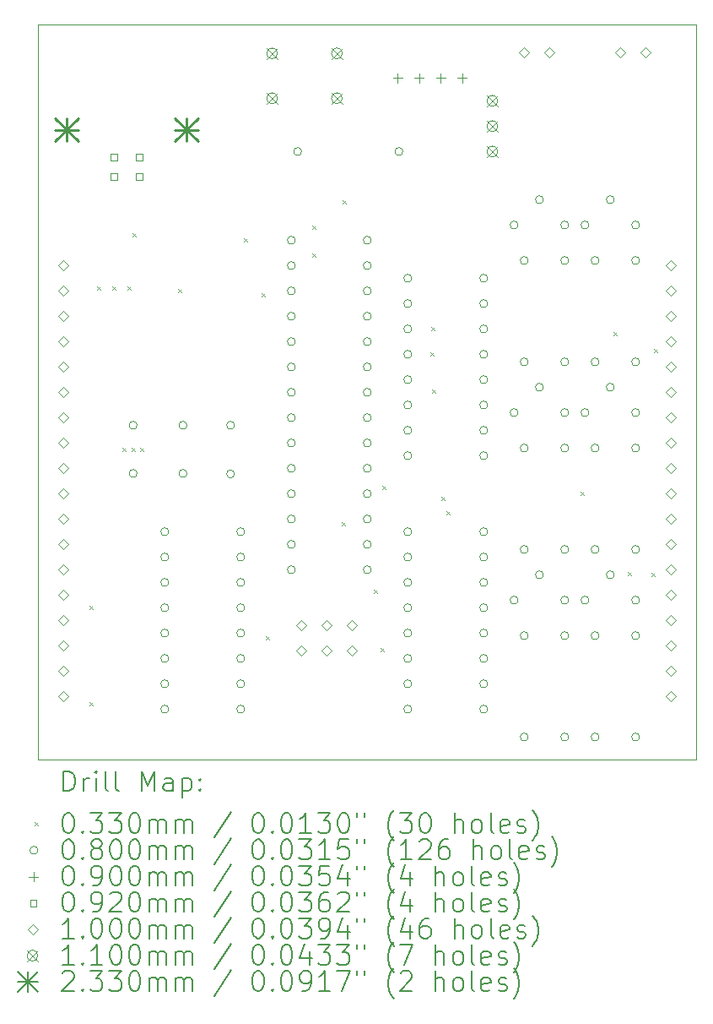
<source format=gbr>
%FSLAX45Y45*%
G04 Gerber Fmt 4.5, Leading zero omitted, Abs format (unit mm)*
G04 Created by KiCad (PCBNEW (5.99.0-9618-g5ca7a2c457)) date 2021-03-10 23:01:31*
%MOMM*%
%LPD*%
G01*
G04 APERTURE LIST*
%TA.AperFunction,Profile*%
%ADD10C,0.050000*%
%TD*%
%ADD11C,0.200000*%
%ADD12C,0.033020*%
%ADD13C,0.080000*%
%ADD14C,0.090000*%
%ADD15C,0.092000*%
%ADD16C,0.100000*%
%ADD17C,0.110000*%
%ADD18C,0.233000*%
G04 APERTURE END LIST*
D10*
X10160000Y-9525000D02*
X10160000Y-15113000D01*
X16764000Y-7747000D02*
X16764000Y-9525000D01*
X10160000Y-9525000D02*
X10160000Y-7747000D01*
X10160000Y-7747000D02*
X13335000Y-7747000D01*
X13335000Y-7747000D02*
X16764000Y-7747000D01*
X10160000Y-15113000D02*
X16764000Y-15113000D01*
X16764000Y-15113000D02*
X16764000Y-9525000D01*
D11*
D12*
X10676890Y-13572488D02*
X10709910Y-13605508D01*
X10709910Y-13572488D02*
X10676890Y-13605508D01*
X10676890Y-14537690D02*
X10709910Y-14570710D01*
X10709910Y-14537690D02*
X10676890Y-14570710D01*
X10753090Y-10372090D02*
X10786110Y-10405110D01*
X10786110Y-10372090D02*
X10753090Y-10405110D01*
X10905490Y-10372090D02*
X10938510Y-10405110D01*
X10938510Y-10372090D02*
X10905490Y-10405110D01*
X11007090Y-11984990D02*
X11040110Y-12018010D01*
X11040110Y-11984990D02*
X11007090Y-12018010D01*
X11057890Y-10372090D02*
X11090910Y-10405110D01*
X11090910Y-10372090D02*
X11057890Y-10405110D01*
X11095990Y-11984990D02*
X11129010Y-12018010D01*
X11129010Y-11984990D02*
X11095990Y-12018010D01*
X11108690Y-9838690D02*
X11141710Y-9871710D01*
X11141710Y-9838690D02*
X11108690Y-9871710D01*
X11184890Y-11984990D02*
X11217910Y-12018010D01*
X11217910Y-11984990D02*
X11184890Y-12018010D01*
X11565890Y-10397490D02*
X11598910Y-10430510D01*
X11598910Y-10397490D02*
X11565890Y-10430510D01*
X12226290Y-9889491D02*
X12259310Y-9922511D01*
X12259310Y-9889491D02*
X12226290Y-9922511D01*
X12404090Y-10435590D02*
X12437110Y-10468610D01*
X12437110Y-10435590D02*
X12404090Y-10468610D01*
X12442190Y-13877290D02*
X12475210Y-13910310D01*
X12475210Y-13877290D02*
X12442190Y-13910310D01*
X12911625Y-10042355D02*
X12944645Y-10075375D01*
X12944645Y-10042355D02*
X12911625Y-10075375D01*
X12912090Y-9762490D02*
X12945110Y-9795510D01*
X12945110Y-9762490D02*
X12912090Y-9795510D01*
X13204190Y-12734290D02*
X13237210Y-12767310D01*
X13237210Y-12734290D02*
X13204190Y-12767310D01*
X13216892Y-9508490D02*
X13249912Y-9541510D01*
X13249912Y-9508490D02*
X13216892Y-9541510D01*
X13525390Y-13407390D02*
X13558410Y-13440410D01*
X13558410Y-13407390D02*
X13525390Y-13440410D01*
X13597890Y-13991590D02*
X13630910Y-14024610D01*
X13630910Y-13991590D02*
X13597890Y-14024610D01*
X13610590Y-12365991D02*
X13643610Y-12399011D01*
X13643610Y-12365991D02*
X13610590Y-12399011D01*
X14093190Y-11032490D02*
X14126210Y-11065510D01*
X14126210Y-11032490D02*
X14093190Y-11065510D01*
X14105890Y-10778490D02*
X14138910Y-10811510D01*
X14138910Y-10778490D02*
X14105890Y-10811510D01*
X14113656Y-11405724D02*
X14146676Y-11438744D01*
X14146676Y-11405724D02*
X14113656Y-11438744D01*
X14207490Y-12480290D02*
X14240510Y-12513310D01*
X14240510Y-12480290D02*
X14207490Y-12513310D01*
X14255872Y-12622757D02*
X14288892Y-12655777D01*
X14288892Y-12622757D02*
X14255872Y-12655777D01*
X15604490Y-12429490D02*
X15637510Y-12462510D01*
X15637510Y-12429490D02*
X15604490Y-12462510D01*
X15934690Y-10829290D02*
X15967710Y-10862310D01*
X15967710Y-10829290D02*
X15934690Y-10862310D01*
X16074390Y-13229590D02*
X16107410Y-13262610D01*
X16107410Y-13229590D02*
X16074390Y-13262610D01*
X16315690Y-13242290D02*
X16348710Y-13275310D01*
X16348710Y-13242290D02*
X16315690Y-13275310D01*
X16341090Y-10994390D02*
X16374110Y-11027410D01*
X16374110Y-10994390D02*
X16341090Y-11027410D01*
D13*
X11152500Y-11760200D02*
G75*
G03*
X11152500Y-11760200I-40000J0D01*
G01*
X11152500Y-12242800D02*
G75*
G03*
X11152500Y-12242800I-40000J0D01*
G01*
X11470000Y-12827000D02*
G75*
G03*
X11470000Y-12827000I-40000J0D01*
G01*
X11470000Y-13081000D02*
G75*
G03*
X11470000Y-13081000I-40000J0D01*
G01*
X11470000Y-13335000D02*
G75*
G03*
X11470000Y-13335000I-40000J0D01*
G01*
X11470000Y-13589000D02*
G75*
G03*
X11470000Y-13589000I-40000J0D01*
G01*
X11470000Y-13843000D02*
G75*
G03*
X11470000Y-13843000I-40000J0D01*
G01*
X11470000Y-14097000D02*
G75*
G03*
X11470000Y-14097000I-40000J0D01*
G01*
X11470000Y-14351000D02*
G75*
G03*
X11470000Y-14351000I-40000J0D01*
G01*
X11470000Y-14605000D02*
G75*
G03*
X11470000Y-14605000I-40000J0D01*
G01*
X11652500Y-11760200D02*
G75*
G03*
X11652500Y-11760200I-40000J0D01*
G01*
X11652500Y-12242800D02*
G75*
G03*
X11652500Y-12242800I-40000J0D01*
G01*
X12130400Y-11760200D02*
G75*
G03*
X12130400Y-11760200I-40000J0D01*
G01*
X12130400Y-12248200D02*
G75*
G03*
X12130400Y-12248200I-40000J0D01*
G01*
X12232000Y-12827000D02*
G75*
G03*
X12232000Y-12827000I-40000J0D01*
G01*
X12232000Y-13081000D02*
G75*
G03*
X12232000Y-13081000I-40000J0D01*
G01*
X12232000Y-13335000D02*
G75*
G03*
X12232000Y-13335000I-40000J0D01*
G01*
X12232000Y-13589000D02*
G75*
G03*
X12232000Y-13589000I-40000J0D01*
G01*
X12232000Y-13843000D02*
G75*
G03*
X12232000Y-13843000I-40000J0D01*
G01*
X12232000Y-14097000D02*
G75*
G03*
X12232000Y-14097000I-40000J0D01*
G01*
X12232000Y-14351000D02*
G75*
G03*
X12232000Y-14351000I-40000J0D01*
G01*
X12232000Y-14605000D02*
G75*
G03*
X12232000Y-14605000I-40000J0D01*
G01*
X12740000Y-9906000D02*
G75*
G03*
X12740000Y-9906000I-40000J0D01*
G01*
X12740000Y-10160000D02*
G75*
G03*
X12740000Y-10160000I-40000J0D01*
G01*
X12740000Y-10414000D02*
G75*
G03*
X12740000Y-10414000I-40000J0D01*
G01*
X12740000Y-10668000D02*
G75*
G03*
X12740000Y-10668000I-40000J0D01*
G01*
X12740000Y-10922000D02*
G75*
G03*
X12740000Y-10922000I-40000J0D01*
G01*
X12740000Y-11176000D02*
G75*
G03*
X12740000Y-11176000I-40000J0D01*
G01*
X12740000Y-11430000D02*
G75*
G03*
X12740000Y-11430000I-40000J0D01*
G01*
X12740000Y-11684000D02*
G75*
G03*
X12740000Y-11684000I-40000J0D01*
G01*
X12740000Y-11938000D02*
G75*
G03*
X12740000Y-11938000I-40000J0D01*
G01*
X12740000Y-12192000D02*
G75*
G03*
X12740000Y-12192000I-40000J0D01*
G01*
X12740000Y-12446000D02*
G75*
G03*
X12740000Y-12446000I-40000J0D01*
G01*
X12740000Y-12700000D02*
G75*
G03*
X12740000Y-12700000I-40000J0D01*
G01*
X12740000Y-12954000D02*
G75*
G03*
X12740000Y-12954000I-40000J0D01*
G01*
X12740000Y-13208000D02*
G75*
G03*
X12740000Y-13208000I-40000J0D01*
G01*
X12803500Y-9017000D02*
G75*
G03*
X12803500Y-9017000I-40000J0D01*
G01*
X13502000Y-9906000D02*
G75*
G03*
X13502000Y-9906000I-40000J0D01*
G01*
X13502000Y-10160000D02*
G75*
G03*
X13502000Y-10160000I-40000J0D01*
G01*
X13502000Y-10414000D02*
G75*
G03*
X13502000Y-10414000I-40000J0D01*
G01*
X13502000Y-10668000D02*
G75*
G03*
X13502000Y-10668000I-40000J0D01*
G01*
X13502000Y-10922000D02*
G75*
G03*
X13502000Y-10922000I-40000J0D01*
G01*
X13502000Y-11176000D02*
G75*
G03*
X13502000Y-11176000I-40000J0D01*
G01*
X13502000Y-11430000D02*
G75*
G03*
X13502000Y-11430000I-40000J0D01*
G01*
X13502000Y-11684000D02*
G75*
G03*
X13502000Y-11684000I-40000J0D01*
G01*
X13502000Y-11938000D02*
G75*
G03*
X13502000Y-11938000I-40000J0D01*
G01*
X13502000Y-12192000D02*
G75*
G03*
X13502000Y-12192000I-40000J0D01*
G01*
X13502000Y-12446000D02*
G75*
G03*
X13502000Y-12446000I-40000J0D01*
G01*
X13502000Y-12700000D02*
G75*
G03*
X13502000Y-12700000I-40000J0D01*
G01*
X13502000Y-12954000D02*
G75*
G03*
X13502000Y-12954000I-40000J0D01*
G01*
X13502000Y-13208000D02*
G75*
G03*
X13502000Y-13208000I-40000J0D01*
G01*
X13819500Y-9017000D02*
G75*
G03*
X13819500Y-9017000I-40000J0D01*
G01*
X13908400Y-10287000D02*
G75*
G03*
X13908400Y-10287000I-40000J0D01*
G01*
X13908400Y-10541000D02*
G75*
G03*
X13908400Y-10541000I-40000J0D01*
G01*
X13908400Y-10795000D02*
G75*
G03*
X13908400Y-10795000I-40000J0D01*
G01*
X13908400Y-11049000D02*
G75*
G03*
X13908400Y-11049000I-40000J0D01*
G01*
X13908400Y-11303000D02*
G75*
G03*
X13908400Y-11303000I-40000J0D01*
G01*
X13908400Y-11557000D02*
G75*
G03*
X13908400Y-11557000I-40000J0D01*
G01*
X13908400Y-11811000D02*
G75*
G03*
X13908400Y-11811000I-40000J0D01*
G01*
X13908400Y-12065000D02*
G75*
G03*
X13908400Y-12065000I-40000J0D01*
G01*
X13908400Y-12827000D02*
G75*
G03*
X13908400Y-12827000I-40000J0D01*
G01*
X13908400Y-13081000D02*
G75*
G03*
X13908400Y-13081000I-40000J0D01*
G01*
X13908400Y-13335000D02*
G75*
G03*
X13908400Y-13335000I-40000J0D01*
G01*
X13908400Y-13589000D02*
G75*
G03*
X13908400Y-13589000I-40000J0D01*
G01*
X13908400Y-13843000D02*
G75*
G03*
X13908400Y-13843000I-40000J0D01*
G01*
X13908400Y-14097000D02*
G75*
G03*
X13908400Y-14097000I-40000J0D01*
G01*
X13908400Y-14351000D02*
G75*
G03*
X13908400Y-14351000I-40000J0D01*
G01*
X13908400Y-14605000D02*
G75*
G03*
X13908400Y-14605000I-40000J0D01*
G01*
X14670400Y-10287000D02*
G75*
G03*
X14670400Y-10287000I-40000J0D01*
G01*
X14670400Y-10541000D02*
G75*
G03*
X14670400Y-10541000I-40000J0D01*
G01*
X14670400Y-10795000D02*
G75*
G03*
X14670400Y-10795000I-40000J0D01*
G01*
X14670400Y-11049000D02*
G75*
G03*
X14670400Y-11049000I-40000J0D01*
G01*
X14670400Y-11303000D02*
G75*
G03*
X14670400Y-11303000I-40000J0D01*
G01*
X14670400Y-11557000D02*
G75*
G03*
X14670400Y-11557000I-40000J0D01*
G01*
X14670400Y-11811000D02*
G75*
G03*
X14670400Y-11811000I-40000J0D01*
G01*
X14670400Y-12065000D02*
G75*
G03*
X14670400Y-12065000I-40000J0D01*
G01*
X14670400Y-12827000D02*
G75*
G03*
X14670400Y-12827000I-40000J0D01*
G01*
X14670400Y-13081000D02*
G75*
G03*
X14670400Y-13081000I-40000J0D01*
G01*
X14670400Y-13335000D02*
G75*
G03*
X14670400Y-13335000I-40000J0D01*
G01*
X14670400Y-13589000D02*
G75*
G03*
X14670400Y-13589000I-40000J0D01*
G01*
X14670400Y-13843000D02*
G75*
G03*
X14670400Y-13843000I-40000J0D01*
G01*
X14670400Y-14097000D02*
G75*
G03*
X14670400Y-14097000I-40000J0D01*
G01*
X14670400Y-14351000D02*
G75*
G03*
X14670400Y-14351000I-40000J0D01*
G01*
X14670400Y-14605000D02*
G75*
G03*
X14670400Y-14605000I-40000J0D01*
G01*
X14975200Y-9753600D02*
G75*
G03*
X14975200Y-9753600I-40000J0D01*
G01*
X14975200Y-11633200D02*
G75*
G03*
X14975200Y-11633200I-40000J0D01*
G01*
X14975200Y-13512800D02*
G75*
G03*
X14975200Y-13512800I-40000J0D01*
G01*
X15076800Y-10109200D02*
G75*
G03*
X15076800Y-10109200I-40000J0D01*
G01*
X15076800Y-11125200D02*
G75*
G03*
X15076800Y-11125200I-40000J0D01*
G01*
X15076800Y-11988800D02*
G75*
G03*
X15076800Y-11988800I-40000J0D01*
G01*
X15076800Y-13004800D02*
G75*
G03*
X15076800Y-13004800I-40000J0D01*
G01*
X15076800Y-13868400D02*
G75*
G03*
X15076800Y-13868400I-40000J0D01*
G01*
X15076800Y-14884400D02*
G75*
G03*
X15076800Y-14884400I-40000J0D01*
G01*
X15229200Y-9499600D02*
G75*
G03*
X15229200Y-9499600I-40000J0D01*
G01*
X15229200Y-11379200D02*
G75*
G03*
X15229200Y-11379200I-40000J0D01*
G01*
X15229200Y-13258800D02*
G75*
G03*
X15229200Y-13258800I-40000J0D01*
G01*
X15483200Y-9753600D02*
G75*
G03*
X15483200Y-9753600I-40000J0D01*
G01*
X15483200Y-10109200D02*
G75*
G03*
X15483200Y-10109200I-40000J0D01*
G01*
X15483200Y-11125200D02*
G75*
G03*
X15483200Y-11125200I-40000J0D01*
G01*
X15483200Y-11633200D02*
G75*
G03*
X15483200Y-11633200I-40000J0D01*
G01*
X15483200Y-11988800D02*
G75*
G03*
X15483200Y-11988800I-40000J0D01*
G01*
X15483200Y-13004800D02*
G75*
G03*
X15483200Y-13004800I-40000J0D01*
G01*
X15483200Y-13512800D02*
G75*
G03*
X15483200Y-13512800I-40000J0D01*
G01*
X15483200Y-13868400D02*
G75*
G03*
X15483200Y-13868400I-40000J0D01*
G01*
X15483200Y-14884400D02*
G75*
G03*
X15483200Y-14884400I-40000J0D01*
G01*
X15686400Y-9753600D02*
G75*
G03*
X15686400Y-9753600I-40000J0D01*
G01*
X15686400Y-11633200D02*
G75*
G03*
X15686400Y-11633200I-40000J0D01*
G01*
X15686400Y-13512800D02*
G75*
G03*
X15686400Y-13512800I-40000J0D01*
G01*
X15788000Y-10109200D02*
G75*
G03*
X15788000Y-10109200I-40000J0D01*
G01*
X15788000Y-11125200D02*
G75*
G03*
X15788000Y-11125200I-40000J0D01*
G01*
X15788000Y-11988800D02*
G75*
G03*
X15788000Y-11988800I-40000J0D01*
G01*
X15788000Y-13004800D02*
G75*
G03*
X15788000Y-13004800I-40000J0D01*
G01*
X15788000Y-13868400D02*
G75*
G03*
X15788000Y-13868400I-40000J0D01*
G01*
X15788000Y-14884400D02*
G75*
G03*
X15788000Y-14884400I-40000J0D01*
G01*
X15940400Y-9499600D02*
G75*
G03*
X15940400Y-9499600I-40000J0D01*
G01*
X15940400Y-11379200D02*
G75*
G03*
X15940400Y-11379200I-40000J0D01*
G01*
X15940400Y-13258800D02*
G75*
G03*
X15940400Y-13258800I-40000J0D01*
G01*
X16194400Y-9753600D02*
G75*
G03*
X16194400Y-9753600I-40000J0D01*
G01*
X16194400Y-10109200D02*
G75*
G03*
X16194400Y-10109200I-40000J0D01*
G01*
X16194400Y-11125200D02*
G75*
G03*
X16194400Y-11125200I-40000J0D01*
G01*
X16194400Y-11633200D02*
G75*
G03*
X16194400Y-11633200I-40000J0D01*
G01*
X16194400Y-11988800D02*
G75*
G03*
X16194400Y-11988800I-40000J0D01*
G01*
X16194400Y-13004800D02*
G75*
G03*
X16194400Y-13004800I-40000J0D01*
G01*
X16194400Y-13512800D02*
G75*
G03*
X16194400Y-13512800I-40000J0D01*
G01*
X16194400Y-13868400D02*
G75*
G03*
X16194400Y-13868400I-40000J0D01*
G01*
X16194400Y-14884400D02*
G75*
G03*
X16194400Y-14884400I-40000J0D01*
G01*
D14*
X13766800Y-8235400D02*
X13766800Y-8325400D01*
X13721800Y-8280400D02*
X13811800Y-8280400D01*
X13982700Y-8235400D02*
X13982700Y-8325400D01*
X13937700Y-8280400D02*
X14027700Y-8280400D01*
X14198600Y-8235400D02*
X14198600Y-8325400D01*
X14153600Y-8280400D02*
X14243600Y-8280400D01*
X14414500Y-8235400D02*
X14414500Y-8325400D01*
X14369500Y-8280400D02*
X14459500Y-8280400D01*
D15*
X10954527Y-9103527D02*
X10954527Y-9038473D01*
X10889473Y-9038473D01*
X10889473Y-9103527D01*
X10954527Y-9103527D01*
X10954527Y-9303527D02*
X10954527Y-9238473D01*
X10889473Y-9238473D01*
X10889473Y-9303527D01*
X10954527Y-9303527D01*
X11204527Y-9103527D02*
X11204527Y-9038473D01*
X11139473Y-9038473D01*
X11139473Y-9103527D01*
X11204527Y-9103527D01*
X11204527Y-9303527D02*
X11204527Y-9238473D01*
X11139473Y-9238473D01*
X11139473Y-9303527D01*
X11204527Y-9303527D01*
D16*
X10414000Y-10210000D02*
X10464000Y-10160000D01*
X10414000Y-10110000D01*
X10364000Y-10160000D01*
X10414000Y-10210000D01*
X10414000Y-10464000D02*
X10464000Y-10414000D01*
X10414000Y-10364000D01*
X10364000Y-10414000D01*
X10414000Y-10464000D01*
X10414000Y-10718000D02*
X10464000Y-10668000D01*
X10414000Y-10618000D01*
X10364000Y-10668000D01*
X10414000Y-10718000D01*
X10414000Y-10972000D02*
X10464000Y-10922000D01*
X10414000Y-10872000D01*
X10364000Y-10922000D01*
X10414000Y-10972000D01*
X10414000Y-11226000D02*
X10464000Y-11176000D01*
X10414000Y-11126000D01*
X10364000Y-11176000D01*
X10414000Y-11226000D01*
X10414000Y-11480000D02*
X10464000Y-11430000D01*
X10414000Y-11380000D01*
X10364000Y-11430000D01*
X10414000Y-11480000D01*
X10414000Y-11734000D02*
X10464000Y-11684000D01*
X10414000Y-11634000D01*
X10364000Y-11684000D01*
X10414000Y-11734000D01*
X10414000Y-11988000D02*
X10464000Y-11938000D01*
X10414000Y-11888000D01*
X10364000Y-11938000D01*
X10414000Y-11988000D01*
X10414000Y-12242000D02*
X10464000Y-12192000D01*
X10414000Y-12142000D01*
X10364000Y-12192000D01*
X10414000Y-12242000D01*
X10414000Y-12496000D02*
X10464000Y-12446000D01*
X10414000Y-12396000D01*
X10364000Y-12446000D01*
X10414000Y-12496000D01*
X10414000Y-12750000D02*
X10464000Y-12700000D01*
X10414000Y-12650000D01*
X10364000Y-12700000D01*
X10414000Y-12750000D01*
X10414000Y-13004000D02*
X10464000Y-12954000D01*
X10414000Y-12904000D01*
X10364000Y-12954000D01*
X10414000Y-13004000D01*
X10414000Y-13258000D02*
X10464000Y-13208000D01*
X10414000Y-13158000D01*
X10364000Y-13208000D01*
X10414000Y-13258000D01*
X10414000Y-13512000D02*
X10464000Y-13462000D01*
X10414000Y-13412000D01*
X10364000Y-13462000D01*
X10414000Y-13512000D01*
X10414000Y-13766000D02*
X10464000Y-13716000D01*
X10414000Y-13666000D01*
X10364000Y-13716000D01*
X10414000Y-13766000D01*
X10414000Y-14020000D02*
X10464000Y-13970000D01*
X10414000Y-13920000D01*
X10364000Y-13970000D01*
X10414000Y-14020000D01*
X10414000Y-14274000D02*
X10464000Y-14224000D01*
X10414000Y-14174000D01*
X10364000Y-14224000D01*
X10414000Y-14274000D01*
X10414000Y-14528000D02*
X10464000Y-14478000D01*
X10414000Y-14428000D01*
X10364000Y-14478000D01*
X10414000Y-14528000D01*
X12801600Y-13816800D02*
X12851600Y-13766800D01*
X12801600Y-13716800D01*
X12751600Y-13766800D01*
X12801600Y-13816800D01*
X12801600Y-14070800D02*
X12851600Y-14020800D01*
X12801600Y-13970800D01*
X12751600Y-14020800D01*
X12801600Y-14070800D01*
X13055600Y-13816800D02*
X13105600Y-13766800D01*
X13055600Y-13716800D01*
X13005600Y-13766800D01*
X13055600Y-13816800D01*
X13055600Y-14070800D02*
X13105600Y-14020800D01*
X13055600Y-13970800D01*
X13005600Y-14020800D01*
X13055600Y-14070800D01*
X13309600Y-13816800D02*
X13359600Y-13766800D01*
X13309600Y-13716800D01*
X13259600Y-13766800D01*
X13309600Y-13816800D01*
X13309600Y-14070800D02*
X13359600Y-14020800D01*
X13309600Y-13970800D01*
X13259600Y-14020800D01*
X13309600Y-14070800D01*
X15036800Y-8076400D02*
X15086800Y-8026400D01*
X15036800Y-7976400D01*
X14986800Y-8026400D01*
X15036800Y-8076400D01*
X15290800Y-8076400D02*
X15340800Y-8026400D01*
X15290800Y-7976400D01*
X15240800Y-8026400D01*
X15290800Y-8076400D01*
X16002000Y-8076400D02*
X16052000Y-8026400D01*
X16002000Y-7976400D01*
X15952000Y-8026400D01*
X16002000Y-8076400D01*
X16256000Y-8076400D02*
X16306000Y-8026400D01*
X16256000Y-7976400D01*
X16206000Y-8026400D01*
X16256000Y-8076400D01*
X16510000Y-10210000D02*
X16560000Y-10160000D01*
X16510000Y-10110000D01*
X16460000Y-10160000D01*
X16510000Y-10210000D01*
X16510000Y-10464000D02*
X16560000Y-10414000D01*
X16510000Y-10364000D01*
X16460000Y-10414000D01*
X16510000Y-10464000D01*
X16510000Y-10718000D02*
X16560000Y-10668000D01*
X16510000Y-10618000D01*
X16460000Y-10668000D01*
X16510000Y-10718000D01*
X16510000Y-10972000D02*
X16560000Y-10922000D01*
X16510000Y-10872000D01*
X16460000Y-10922000D01*
X16510000Y-10972000D01*
X16510000Y-11226000D02*
X16560000Y-11176000D01*
X16510000Y-11126000D01*
X16460000Y-11176000D01*
X16510000Y-11226000D01*
X16510000Y-11480000D02*
X16560000Y-11430000D01*
X16510000Y-11380000D01*
X16460000Y-11430000D01*
X16510000Y-11480000D01*
X16510000Y-11734000D02*
X16560000Y-11684000D01*
X16510000Y-11634000D01*
X16460000Y-11684000D01*
X16510000Y-11734000D01*
X16510000Y-11988000D02*
X16560000Y-11938000D01*
X16510000Y-11888000D01*
X16460000Y-11938000D01*
X16510000Y-11988000D01*
X16510000Y-12242000D02*
X16560000Y-12192000D01*
X16510000Y-12142000D01*
X16460000Y-12192000D01*
X16510000Y-12242000D01*
X16510000Y-12496000D02*
X16560000Y-12446000D01*
X16510000Y-12396000D01*
X16460000Y-12446000D01*
X16510000Y-12496000D01*
X16510000Y-12750000D02*
X16560000Y-12700000D01*
X16510000Y-12650000D01*
X16460000Y-12700000D01*
X16510000Y-12750000D01*
X16510000Y-13004000D02*
X16560000Y-12954000D01*
X16510000Y-12904000D01*
X16460000Y-12954000D01*
X16510000Y-13004000D01*
X16510000Y-13258000D02*
X16560000Y-13208000D01*
X16510000Y-13158000D01*
X16460000Y-13208000D01*
X16510000Y-13258000D01*
X16510000Y-13512000D02*
X16560000Y-13462000D01*
X16510000Y-13412000D01*
X16460000Y-13462000D01*
X16510000Y-13512000D01*
X16510000Y-13766000D02*
X16560000Y-13716000D01*
X16510000Y-13666000D01*
X16460000Y-13716000D01*
X16510000Y-13766000D01*
X16510000Y-14020000D02*
X16560000Y-13970000D01*
X16510000Y-13920000D01*
X16460000Y-13970000D01*
X16510000Y-14020000D01*
X16510000Y-14274000D02*
X16560000Y-14224000D01*
X16510000Y-14174000D01*
X16460000Y-14224000D01*
X16510000Y-14274000D01*
X16510000Y-14528000D02*
X16560000Y-14478000D01*
X16510000Y-14428000D01*
X16460000Y-14478000D01*
X16510000Y-14528000D01*
D17*
X12452200Y-7978600D02*
X12562200Y-8088600D01*
X12562200Y-7978600D02*
X12452200Y-8088600D01*
X12562200Y-8033600D02*
G75*
G03*
X12562200Y-8033600I-55000J0D01*
G01*
X12452200Y-8428600D02*
X12562200Y-8538600D01*
X12562200Y-8428600D02*
X12452200Y-8538600D01*
X12562200Y-8483600D02*
G75*
G03*
X12562200Y-8483600I-55000J0D01*
G01*
X13102200Y-7978600D02*
X13212200Y-8088600D01*
X13212200Y-7978600D02*
X13102200Y-8088600D01*
X13212200Y-8033600D02*
G75*
G03*
X13212200Y-8033600I-55000J0D01*
G01*
X13102200Y-8428600D02*
X13212200Y-8538600D01*
X13212200Y-8428600D02*
X13102200Y-8538600D01*
X13212200Y-8483600D02*
G75*
G03*
X13212200Y-8483600I-55000J0D01*
G01*
X14662000Y-8454000D02*
X14772000Y-8564000D01*
X14772000Y-8454000D02*
X14662000Y-8564000D01*
X14772000Y-8509000D02*
G75*
G03*
X14772000Y-8509000I-55000J0D01*
G01*
X14662000Y-8708000D02*
X14772000Y-8818000D01*
X14772000Y-8708000D02*
X14662000Y-8818000D01*
X14772000Y-8763000D02*
G75*
G03*
X14772000Y-8763000I-55000J0D01*
G01*
X14662000Y-8962000D02*
X14772000Y-9072000D01*
X14772000Y-8962000D02*
X14662000Y-9072000D01*
X14772000Y-9017000D02*
G75*
G03*
X14772000Y-9017000I-55000J0D01*
G01*
D18*
X10328500Y-8683500D02*
X10561500Y-8916500D01*
X10561500Y-8683500D02*
X10328500Y-8916500D01*
X10445000Y-8683500D02*
X10445000Y-8916500D01*
X10328500Y-8800000D02*
X10561500Y-8800000D01*
X11532500Y-8683500D02*
X11765500Y-8916500D01*
X11765500Y-8683500D02*
X11532500Y-8916500D01*
X11649000Y-8683500D02*
X11649000Y-8916500D01*
X11532500Y-8800000D02*
X11765500Y-8800000D01*
D11*
X10415119Y-15425976D02*
X10415119Y-15225976D01*
X10462738Y-15225976D01*
X10491310Y-15235500D01*
X10510357Y-15254548D01*
X10519881Y-15273595D01*
X10529405Y-15311690D01*
X10529405Y-15340262D01*
X10519881Y-15378357D01*
X10510357Y-15397405D01*
X10491310Y-15416452D01*
X10462738Y-15425976D01*
X10415119Y-15425976D01*
X10615119Y-15425976D02*
X10615119Y-15292643D01*
X10615119Y-15330738D02*
X10624643Y-15311690D01*
X10634167Y-15302167D01*
X10653214Y-15292643D01*
X10672262Y-15292643D01*
X10738929Y-15425976D02*
X10738929Y-15292643D01*
X10738929Y-15225976D02*
X10729405Y-15235500D01*
X10738929Y-15245024D01*
X10748452Y-15235500D01*
X10738929Y-15225976D01*
X10738929Y-15245024D01*
X10862738Y-15425976D02*
X10843690Y-15416452D01*
X10834167Y-15397405D01*
X10834167Y-15225976D01*
X10967500Y-15425976D02*
X10948452Y-15416452D01*
X10938929Y-15397405D01*
X10938929Y-15225976D01*
X11196071Y-15425976D02*
X11196071Y-15225976D01*
X11262738Y-15368833D01*
X11329405Y-15225976D01*
X11329405Y-15425976D01*
X11510357Y-15425976D02*
X11510357Y-15321214D01*
X11500833Y-15302167D01*
X11481786Y-15292643D01*
X11443690Y-15292643D01*
X11424643Y-15302167D01*
X11510357Y-15416452D02*
X11491309Y-15425976D01*
X11443690Y-15425976D01*
X11424643Y-15416452D01*
X11415119Y-15397405D01*
X11415119Y-15378357D01*
X11424643Y-15359309D01*
X11443690Y-15349786D01*
X11491309Y-15349786D01*
X11510357Y-15340262D01*
X11605595Y-15292643D02*
X11605595Y-15492643D01*
X11605595Y-15302167D02*
X11624643Y-15292643D01*
X11662738Y-15292643D01*
X11681786Y-15302167D01*
X11691309Y-15311690D01*
X11700833Y-15330738D01*
X11700833Y-15387881D01*
X11691309Y-15406928D01*
X11681786Y-15416452D01*
X11662738Y-15425976D01*
X11624643Y-15425976D01*
X11605595Y-15416452D01*
X11786548Y-15406928D02*
X11796071Y-15416452D01*
X11786548Y-15425976D01*
X11777024Y-15416452D01*
X11786548Y-15406928D01*
X11786548Y-15425976D01*
X11786548Y-15302167D02*
X11796071Y-15311690D01*
X11786548Y-15321214D01*
X11777024Y-15311690D01*
X11786548Y-15302167D01*
X11786548Y-15321214D01*
D12*
X10124480Y-15738990D02*
X10157500Y-15772010D01*
X10157500Y-15738990D02*
X10124480Y-15772010D01*
D11*
X10453214Y-15645976D02*
X10472262Y-15645976D01*
X10491310Y-15655500D01*
X10500833Y-15665024D01*
X10510357Y-15684071D01*
X10519881Y-15722167D01*
X10519881Y-15769786D01*
X10510357Y-15807881D01*
X10500833Y-15826928D01*
X10491310Y-15836452D01*
X10472262Y-15845976D01*
X10453214Y-15845976D01*
X10434167Y-15836452D01*
X10424643Y-15826928D01*
X10415119Y-15807881D01*
X10405595Y-15769786D01*
X10405595Y-15722167D01*
X10415119Y-15684071D01*
X10424643Y-15665024D01*
X10434167Y-15655500D01*
X10453214Y-15645976D01*
X10605595Y-15826928D02*
X10615119Y-15836452D01*
X10605595Y-15845976D01*
X10596071Y-15836452D01*
X10605595Y-15826928D01*
X10605595Y-15845976D01*
X10681786Y-15645976D02*
X10805595Y-15645976D01*
X10738929Y-15722167D01*
X10767500Y-15722167D01*
X10786548Y-15731690D01*
X10796071Y-15741214D01*
X10805595Y-15760262D01*
X10805595Y-15807881D01*
X10796071Y-15826928D01*
X10786548Y-15836452D01*
X10767500Y-15845976D01*
X10710357Y-15845976D01*
X10691310Y-15836452D01*
X10681786Y-15826928D01*
X10872262Y-15645976D02*
X10996071Y-15645976D01*
X10929405Y-15722167D01*
X10957976Y-15722167D01*
X10977024Y-15731690D01*
X10986548Y-15741214D01*
X10996071Y-15760262D01*
X10996071Y-15807881D01*
X10986548Y-15826928D01*
X10977024Y-15836452D01*
X10957976Y-15845976D01*
X10900833Y-15845976D01*
X10881786Y-15836452D01*
X10872262Y-15826928D01*
X11119881Y-15645976D02*
X11138929Y-15645976D01*
X11157976Y-15655500D01*
X11167500Y-15665024D01*
X11177024Y-15684071D01*
X11186548Y-15722167D01*
X11186548Y-15769786D01*
X11177024Y-15807881D01*
X11167500Y-15826928D01*
X11157976Y-15836452D01*
X11138929Y-15845976D01*
X11119881Y-15845976D01*
X11100833Y-15836452D01*
X11091310Y-15826928D01*
X11081786Y-15807881D01*
X11072262Y-15769786D01*
X11072262Y-15722167D01*
X11081786Y-15684071D01*
X11091310Y-15665024D01*
X11100833Y-15655500D01*
X11119881Y-15645976D01*
X11272262Y-15845976D02*
X11272262Y-15712643D01*
X11272262Y-15731690D02*
X11281786Y-15722167D01*
X11300833Y-15712643D01*
X11329405Y-15712643D01*
X11348452Y-15722167D01*
X11357976Y-15741214D01*
X11357976Y-15845976D01*
X11357976Y-15741214D02*
X11367500Y-15722167D01*
X11386548Y-15712643D01*
X11415119Y-15712643D01*
X11434167Y-15722167D01*
X11443690Y-15741214D01*
X11443690Y-15845976D01*
X11538928Y-15845976D02*
X11538928Y-15712643D01*
X11538928Y-15731690D02*
X11548452Y-15722167D01*
X11567500Y-15712643D01*
X11596071Y-15712643D01*
X11615119Y-15722167D01*
X11624643Y-15741214D01*
X11624643Y-15845976D01*
X11624643Y-15741214D02*
X11634167Y-15722167D01*
X11653214Y-15712643D01*
X11681786Y-15712643D01*
X11700833Y-15722167D01*
X11710357Y-15741214D01*
X11710357Y-15845976D01*
X12100833Y-15636452D02*
X11929405Y-15893595D01*
X12357976Y-15645976D02*
X12377024Y-15645976D01*
X12396071Y-15655500D01*
X12405595Y-15665024D01*
X12415119Y-15684071D01*
X12424643Y-15722167D01*
X12424643Y-15769786D01*
X12415119Y-15807881D01*
X12405595Y-15826928D01*
X12396071Y-15836452D01*
X12377024Y-15845976D01*
X12357976Y-15845976D01*
X12338928Y-15836452D01*
X12329405Y-15826928D01*
X12319881Y-15807881D01*
X12310357Y-15769786D01*
X12310357Y-15722167D01*
X12319881Y-15684071D01*
X12329405Y-15665024D01*
X12338928Y-15655500D01*
X12357976Y-15645976D01*
X12510357Y-15826928D02*
X12519881Y-15836452D01*
X12510357Y-15845976D01*
X12500833Y-15836452D01*
X12510357Y-15826928D01*
X12510357Y-15845976D01*
X12643690Y-15645976D02*
X12662738Y-15645976D01*
X12681786Y-15655500D01*
X12691309Y-15665024D01*
X12700833Y-15684071D01*
X12710357Y-15722167D01*
X12710357Y-15769786D01*
X12700833Y-15807881D01*
X12691309Y-15826928D01*
X12681786Y-15836452D01*
X12662738Y-15845976D01*
X12643690Y-15845976D01*
X12624643Y-15836452D01*
X12615119Y-15826928D01*
X12605595Y-15807881D01*
X12596071Y-15769786D01*
X12596071Y-15722167D01*
X12605595Y-15684071D01*
X12615119Y-15665024D01*
X12624643Y-15655500D01*
X12643690Y-15645976D01*
X12900833Y-15845976D02*
X12786548Y-15845976D01*
X12843690Y-15845976D02*
X12843690Y-15645976D01*
X12824643Y-15674548D01*
X12805595Y-15693595D01*
X12786548Y-15703119D01*
X12967500Y-15645976D02*
X13091309Y-15645976D01*
X13024643Y-15722167D01*
X13053214Y-15722167D01*
X13072262Y-15731690D01*
X13081786Y-15741214D01*
X13091309Y-15760262D01*
X13091309Y-15807881D01*
X13081786Y-15826928D01*
X13072262Y-15836452D01*
X13053214Y-15845976D01*
X12996071Y-15845976D01*
X12977024Y-15836452D01*
X12967500Y-15826928D01*
X13215119Y-15645976D02*
X13234167Y-15645976D01*
X13253214Y-15655500D01*
X13262738Y-15665024D01*
X13272262Y-15684071D01*
X13281786Y-15722167D01*
X13281786Y-15769786D01*
X13272262Y-15807881D01*
X13262738Y-15826928D01*
X13253214Y-15836452D01*
X13234167Y-15845976D01*
X13215119Y-15845976D01*
X13196071Y-15836452D01*
X13186548Y-15826928D01*
X13177024Y-15807881D01*
X13167500Y-15769786D01*
X13167500Y-15722167D01*
X13177024Y-15684071D01*
X13186548Y-15665024D01*
X13196071Y-15655500D01*
X13215119Y-15645976D01*
X13357976Y-15645976D02*
X13357976Y-15684071D01*
X13434167Y-15645976D02*
X13434167Y-15684071D01*
X13729405Y-15922167D02*
X13719881Y-15912643D01*
X13700833Y-15884071D01*
X13691309Y-15865024D01*
X13681786Y-15836452D01*
X13672262Y-15788833D01*
X13672262Y-15750738D01*
X13681786Y-15703119D01*
X13691309Y-15674548D01*
X13700833Y-15655500D01*
X13719881Y-15626928D01*
X13729405Y-15617405D01*
X13786548Y-15645976D02*
X13910357Y-15645976D01*
X13843690Y-15722167D01*
X13872262Y-15722167D01*
X13891309Y-15731690D01*
X13900833Y-15741214D01*
X13910357Y-15760262D01*
X13910357Y-15807881D01*
X13900833Y-15826928D01*
X13891309Y-15836452D01*
X13872262Y-15845976D01*
X13815119Y-15845976D01*
X13796071Y-15836452D01*
X13786548Y-15826928D01*
X14034167Y-15645976D02*
X14053214Y-15645976D01*
X14072262Y-15655500D01*
X14081786Y-15665024D01*
X14091309Y-15684071D01*
X14100833Y-15722167D01*
X14100833Y-15769786D01*
X14091309Y-15807881D01*
X14081786Y-15826928D01*
X14072262Y-15836452D01*
X14053214Y-15845976D01*
X14034167Y-15845976D01*
X14015119Y-15836452D01*
X14005595Y-15826928D01*
X13996071Y-15807881D01*
X13986548Y-15769786D01*
X13986548Y-15722167D01*
X13996071Y-15684071D01*
X14005595Y-15665024D01*
X14015119Y-15655500D01*
X14034167Y-15645976D01*
X14338928Y-15845976D02*
X14338928Y-15645976D01*
X14424643Y-15845976D02*
X14424643Y-15741214D01*
X14415119Y-15722167D01*
X14396071Y-15712643D01*
X14367500Y-15712643D01*
X14348452Y-15722167D01*
X14338928Y-15731690D01*
X14548452Y-15845976D02*
X14529405Y-15836452D01*
X14519881Y-15826928D01*
X14510357Y-15807881D01*
X14510357Y-15750738D01*
X14519881Y-15731690D01*
X14529405Y-15722167D01*
X14548452Y-15712643D01*
X14577024Y-15712643D01*
X14596071Y-15722167D01*
X14605595Y-15731690D01*
X14615119Y-15750738D01*
X14615119Y-15807881D01*
X14605595Y-15826928D01*
X14596071Y-15836452D01*
X14577024Y-15845976D01*
X14548452Y-15845976D01*
X14729405Y-15845976D02*
X14710357Y-15836452D01*
X14700833Y-15817405D01*
X14700833Y-15645976D01*
X14881786Y-15836452D02*
X14862738Y-15845976D01*
X14824643Y-15845976D01*
X14805595Y-15836452D01*
X14796071Y-15817405D01*
X14796071Y-15741214D01*
X14805595Y-15722167D01*
X14824643Y-15712643D01*
X14862738Y-15712643D01*
X14881786Y-15722167D01*
X14891309Y-15741214D01*
X14891309Y-15760262D01*
X14796071Y-15779309D01*
X14967500Y-15836452D02*
X14986548Y-15845976D01*
X15024643Y-15845976D01*
X15043690Y-15836452D01*
X15053214Y-15817405D01*
X15053214Y-15807881D01*
X15043690Y-15788833D01*
X15024643Y-15779309D01*
X14996071Y-15779309D01*
X14977024Y-15769786D01*
X14967500Y-15750738D01*
X14967500Y-15741214D01*
X14977024Y-15722167D01*
X14996071Y-15712643D01*
X15024643Y-15712643D01*
X15043690Y-15722167D01*
X15119881Y-15922167D02*
X15129405Y-15912643D01*
X15148452Y-15884071D01*
X15157976Y-15865024D01*
X15167500Y-15836452D01*
X15177024Y-15788833D01*
X15177024Y-15750738D01*
X15167500Y-15703119D01*
X15157976Y-15674548D01*
X15148452Y-15655500D01*
X15129405Y-15626928D01*
X15119881Y-15617405D01*
D13*
X10157500Y-16019500D02*
G75*
G03*
X10157500Y-16019500I-40000J0D01*
G01*
D11*
X10453214Y-15909976D02*
X10472262Y-15909976D01*
X10491310Y-15919500D01*
X10500833Y-15929024D01*
X10510357Y-15948071D01*
X10519881Y-15986167D01*
X10519881Y-16033786D01*
X10510357Y-16071881D01*
X10500833Y-16090928D01*
X10491310Y-16100452D01*
X10472262Y-16109976D01*
X10453214Y-16109976D01*
X10434167Y-16100452D01*
X10424643Y-16090928D01*
X10415119Y-16071881D01*
X10405595Y-16033786D01*
X10405595Y-15986167D01*
X10415119Y-15948071D01*
X10424643Y-15929024D01*
X10434167Y-15919500D01*
X10453214Y-15909976D01*
X10605595Y-16090928D02*
X10615119Y-16100452D01*
X10605595Y-16109976D01*
X10596071Y-16100452D01*
X10605595Y-16090928D01*
X10605595Y-16109976D01*
X10729405Y-15995690D02*
X10710357Y-15986167D01*
X10700833Y-15976643D01*
X10691310Y-15957595D01*
X10691310Y-15948071D01*
X10700833Y-15929024D01*
X10710357Y-15919500D01*
X10729405Y-15909976D01*
X10767500Y-15909976D01*
X10786548Y-15919500D01*
X10796071Y-15929024D01*
X10805595Y-15948071D01*
X10805595Y-15957595D01*
X10796071Y-15976643D01*
X10786548Y-15986167D01*
X10767500Y-15995690D01*
X10729405Y-15995690D01*
X10710357Y-16005214D01*
X10700833Y-16014738D01*
X10691310Y-16033786D01*
X10691310Y-16071881D01*
X10700833Y-16090928D01*
X10710357Y-16100452D01*
X10729405Y-16109976D01*
X10767500Y-16109976D01*
X10786548Y-16100452D01*
X10796071Y-16090928D01*
X10805595Y-16071881D01*
X10805595Y-16033786D01*
X10796071Y-16014738D01*
X10786548Y-16005214D01*
X10767500Y-15995690D01*
X10929405Y-15909976D02*
X10948452Y-15909976D01*
X10967500Y-15919500D01*
X10977024Y-15929024D01*
X10986548Y-15948071D01*
X10996071Y-15986167D01*
X10996071Y-16033786D01*
X10986548Y-16071881D01*
X10977024Y-16090928D01*
X10967500Y-16100452D01*
X10948452Y-16109976D01*
X10929405Y-16109976D01*
X10910357Y-16100452D01*
X10900833Y-16090928D01*
X10891310Y-16071881D01*
X10881786Y-16033786D01*
X10881786Y-15986167D01*
X10891310Y-15948071D01*
X10900833Y-15929024D01*
X10910357Y-15919500D01*
X10929405Y-15909976D01*
X11119881Y-15909976D02*
X11138929Y-15909976D01*
X11157976Y-15919500D01*
X11167500Y-15929024D01*
X11177024Y-15948071D01*
X11186548Y-15986167D01*
X11186548Y-16033786D01*
X11177024Y-16071881D01*
X11167500Y-16090928D01*
X11157976Y-16100452D01*
X11138929Y-16109976D01*
X11119881Y-16109976D01*
X11100833Y-16100452D01*
X11091310Y-16090928D01*
X11081786Y-16071881D01*
X11072262Y-16033786D01*
X11072262Y-15986167D01*
X11081786Y-15948071D01*
X11091310Y-15929024D01*
X11100833Y-15919500D01*
X11119881Y-15909976D01*
X11272262Y-16109976D02*
X11272262Y-15976643D01*
X11272262Y-15995690D02*
X11281786Y-15986167D01*
X11300833Y-15976643D01*
X11329405Y-15976643D01*
X11348452Y-15986167D01*
X11357976Y-16005214D01*
X11357976Y-16109976D01*
X11357976Y-16005214D02*
X11367500Y-15986167D01*
X11386548Y-15976643D01*
X11415119Y-15976643D01*
X11434167Y-15986167D01*
X11443690Y-16005214D01*
X11443690Y-16109976D01*
X11538928Y-16109976D02*
X11538928Y-15976643D01*
X11538928Y-15995690D02*
X11548452Y-15986167D01*
X11567500Y-15976643D01*
X11596071Y-15976643D01*
X11615119Y-15986167D01*
X11624643Y-16005214D01*
X11624643Y-16109976D01*
X11624643Y-16005214D02*
X11634167Y-15986167D01*
X11653214Y-15976643D01*
X11681786Y-15976643D01*
X11700833Y-15986167D01*
X11710357Y-16005214D01*
X11710357Y-16109976D01*
X12100833Y-15900452D02*
X11929405Y-16157595D01*
X12357976Y-15909976D02*
X12377024Y-15909976D01*
X12396071Y-15919500D01*
X12405595Y-15929024D01*
X12415119Y-15948071D01*
X12424643Y-15986167D01*
X12424643Y-16033786D01*
X12415119Y-16071881D01*
X12405595Y-16090928D01*
X12396071Y-16100452D01*
X12377024Y-16109976D01*
X12357976Y-16109976D01*
X12338928Y-16100452D01*
X12329405Y-16090928D01*
X12319881Y-16071881D01*
X12310357Y-16033786D01*
X12310357Y-15986167D01*
X12319881Y-15948071D01*
X12329405Y-15929024D01*
X12338928Y-15919500D01*
X12357976Y-15909976D01*
X12510357Y-16090928D02*
X12519881Y-16100452D01*
X12510357Y-16109976D01*
X12500833Y-16100452D01*
X12510357Y-16090928D01*
X12510357Y-16109976D01*
X12643690Y-15909976D02*
X12662738Y-15909976D01*
X12681786Y-15919500D01*
X12691309Y-15929024D01*
X12700833Y-15948071D01*
X12710357Y-15986167D01*
X12710357Y-16033786D01*
X12700833Y-16071881D01*
X12691309Y-16090928D01*
X12681786Y-16100452D01*
X12662738Y-16109976D01*
X12643690Y-16109976D01*
X12624643Y-16100452D01*
X12615119Y-16090928D01*
X12605595Y-16071881D01*
X12596071Y-16033786D01*
X12596071Y-15986167D01*
X12605595Y-15948071D01*
X12615119Y-15929024D01*
X12624643Y-15919500D01*
X12643690Y-15909976D01*
X12777024Y-15909976D02*
X12900833Y-15909976D01*
X12834167Y-15986167D01*
X12862738Y-15986167D01*
X12881786Y-15995690D01*
X12891309Y-16005214D01*
X12900833Y-16024262D01*
X12900833Y-16071881D01*
X12891309Y-16090928D01*
X12881786Y-16100452D01*
X12862738Y-16109976D01*
X12805595Y-16109976D01*
X12786548Y-16100452D01*
X12777024Y-16090928D01*
X13091309Y-16109976D02*
X12977024Y-16109976D01*
X13034167Y-16109976D02*
X13034167Y-15909976D01*
X13015119Y-15938548D01*
X12996071Y-15957595D01*
X12977024Y-15967119D01*
X13272262Y-15909976D02*
X13177024Y-15909976D01*
X13167500Y-16005214D01*
X13177024Y-15995690D01*
X13196071Y-15986167D01*
X13243690Y-15986167D01*
X13262738Y-15995690D01*
X13272262Y-16005214D01*
X13281786Y-16024262D01*
X13281786Y-16071881D01*
X13272262Y-16090928D01*
X13262738Y-16100452D01*
X13243690Y-16109976D01*
X13196071Y-16109976D01*
X13177024Y-16100452D01*
X13167500Y-16090928D01*
X13357976Y-15909976D02*
X13357976Y-15948071D01*
X13434167Y-15909976D02*
X13434167Y-15948071D01*
X13729405Y-16186167D02*
X13719881Y-16176643D01*
X13700833Y-16148071D01*
X13691309Y-16129024D01*
X13681786Y-16100452D01*
X13672262Y-16052833D01*
X13672262Y-16014738D01*
X13681786Y-15967119D01*
X13691309Y-15938548D01*
X13700833Y-15919500D01*
X13719881Y-15890928D01*
X13729405Y-15881405D01*
X13910357Y-16109976D02*
X13796071Y-16109976D01*
X13853214Y-16109976D02*
X13853214Y-15909976D01*
X13834167Y-15938548D01*
X13815119Y-15957595D01*
X13796071Y-15967119D01*
X13986548Y-15929024D02*
X13996071Y-15919500D01*
X14015119Y-15909976D01*
X14062738Y-15909976D01*
X14081786Y-15919500D01*
X14091309Y-15929024D01*
X14100833Y-15948071D01*
X14100833Y-15967119D01*
X14091309Y-15995690D01*
X13977024Y-16109976D01*
X14100833Y-16109976D01*
X14272262Y-15909976D02*
X14234167Y-15909976D01*
X14215119Y-15919500D01*
X14205595Y-15929024D01*
X14186548Y-15957595D01*
X14177024Y-15995690D01*
X14177024Y-16071881D01*
X14186548Y-16090928D01*
X14196071Y-16100452D01*
X14215119Y-16109976D01*
X14253214Y-16109976D01*
X14272262Y-16100452D01*
X14281786Y-16090928D01*
X14291309Y-16071881D01*
X14291309Y-16024262D01*
X14281786Y-16005214D01*
X14272262Y-15995690D01*
X14253214Y-15986167D01*
X14215119Y-15986167D01*
X14196071Y-15995690D01*
X14186548Y-16005214D01*
X14177024Y-16024262D01*
X14529405Y-16109976D02*
X14529405Y-15909976D01*
X14615119Y-16109976D02*
X14615119Y-16005214D01*
X14605595Y-15986167D01*
X14586548Y-15976643D01*
X14557976Y-15976643D01*
X14538928Y-15986167D01*
X14529405Y-15995690D01*
X14738928Y-16109976D02*
X14719881Y-16100452D01*
X14710357Y-16090928D01*
X14700833Y-16071881D01*
X14700833Y-16014738D01*
X14710357Y-15995690D01*
X14719881Y-15986167D01*
X14738928Y-15976643D01*
X14767500Y-15976643D01*
X14786548Y-15986167D01*
X14796071Y-15995690D01*
X14805595Y-16014738D01*
X14805595Y-16071881D01*
X14796071Y-16090928D01*
X14786548Y-16100452D01*
X14767500Y-16109976D01*
X14738928Y-16109976D01*
X14919881Y-16109976D02*
X14900833Y-16100452D01*
X14891309Y-16081405D01*
X14891309Y-15909976D01*
X15072262Y-16100452D02*
X15053214Y-16109976D01*
X15015119Y-16109976D01*
X14996071Y-16100452D01*
X14986548Y-16081405D01*
X14986548Y-16005214D01*
X14996071Y-15986167D01*
X15015119Y-15976643D01*
X15053214Y-15976643D01*
X15072262Y-15986167D01*
X15081786Y-16005214D01*
X15081786Y-16024262D01*
X14986548Y-16043309D01*
X15157976Y-16100452D02*
X15177024Y-16109976D01*
X15215119Y-16109976D01*
X15234167Y-16100452D01*
X15243690Y-16081405D01*
X15243690Y-16071881D01*
X15234167Y-16052833D01*
X15215119Y-16043309D01*
X15186548Y-16043309D01*
X15167500Y-16033786D01*
X15157976Y-16014738D01*
X15157976Y-16005214D01*
X15167500Y-15986167D01*
X15186548Y-15976643D01*
X15215119Y-15976643D01*
X15234167Y-15986167D01*
X15310357Y-16186167D02*
X15319881Y-16176643D01*
X15338928Y-16148071D01*
X15348452Y-16129024D01*
X15357976Y-16100452D01*
X15367500Y-16052833D01*
X15367500Y-16014738D01*
X15357976Y-15967119D01*
X15348452Y-15938548D01*
X15338928Y-15919500D01*
X15319881Y-15890928D01*
X15310357Y-15881405D01*
D14*
X10112500Y-16238500D02*
X10112500Y-16328500D01*
X10067500Y-16283500D02*
X10157500Y-16283500D01*
D11*
X10453214Y-16173976D02*
X10472262Y-16173976D01*
X10491310Y-16183500D01*
X10500833Y-16193024D01*
X10510357Y-16212071D01*
X10519881Y-16250167D01*
X10519881Y-16297786D01*
X10510357Y-16335881D01*
X10500833Y-16354928D01*
X10491310Y-16364452D01*
X10472262Y-16373976D01*
X10453214Y-16373976D01*
X10434167Y-16364452D01*
X10424643Y-16354928D01*
X10415119Y-16335881D01*
X10405595Y-16297786D01*
X10405595Y-16250167D01*
X10415119Y-16212071D01*
X10424643Y-16193024D01*
X10434167Y-16183500D01*
X10453214Y-16173976D01*
X10605595Y-16354928D02*
X10615119Y-16364452D01*
X10605595Y-16373976D01*
X10596071Y-16364452D01*
X10605595Y-16354928D01*
X10605595Y-16373976D01*
X10710357Y-16373976D02*
X10748452Y-16373976D01*
X10767500Y-16364452D01*
X10777024Y-16354928D01*
X10796071Y-16326357D01*
X10805595Y-16288262D01*
X10805595Y-16212071D01*
X10796071Y-16193024D01*
X10786548Y-16183500D01*
X10767500Y-16173976D01*
X10729405Y-16173976D01*
X10710357Y-16183500D01*
X10700833Y-16193024D01*
X10691310Y-16212071D01*
X10691310Y-16259690D01*
X10700833Y-16278738D01*
X10710357Y-16288262D01*
X10729405Y-16297786D01*
X10767500Y-16297786D01*
X10786548Y-16288262D01*
X10796071Y-16278738D01*
X10805595Y-16259690D01*
X10929405Y-16173976D02*
X10948452Y-16173976D01*
X10967500Y-16183500D01*
X10977024Y-16193024D01*
X10986548Y-16212071D01*
X10996071Y-16250167D01*
X10996071Y-16297786D01*
X10986548Y-16335881D01*
X10977024Y-16354928D01*
X10967500Y-16364452D01*
X10948452Y-16373976D01*
X10929405Y-16373976D01*
X10910357Y-16364452D01*
X10900833Y-16354928D01*
X10891310Y-16335881D01*
X10881786Y-16297786D01*
X10881786Y-16250167D01*
X10891310Y-16212071D01*
X10900833Y-16193024D01*
X10910357Y-16183500D01*
X10929405Y-16173976D01*
X11119881Y-16173976D02*
X11138929Y-16173976D01*
X11157976Y-16183500D01*
X11167500Y-16193024D01*
X11177024Y-16212071D01*
X11186548Y-16250167D01*
X11186548Y-16297786D01*
X11177024Y-16335881D01*
X11167500Y-16354928D01*
X11157976Y-16364452D01*
X11138929Y-16373976D01*
X11119881Y-16373976D01*
X11100833Y-16364452D01*
X11091310Y-16354928D01*
X11081786Y-16335881D01*
X11072262Y-16297786D01*
X11072262Y-16250167D01*
X11081786Y-16212071D01*
X11091310Y-16193024D01*
X11100833Y-16183500D01*
X11119881Y-16173976D01*
X11272262Y-16373976D02*
X11272262Y-16240643D01*
X11272262Y-16259690D02*
X11281786Y-16250167D01*
X11300833Y-16240643D01*
X11329405Y-16240643D01*
X11348452Y-16250167D01*
X11357976Y-16269214D01*
X11357976Y-16373976D01*
X11357976Y-16269214D02*
X11367500Y-16250167D01*
X11386548Y-16240643D01*
X11415119Y-16240643D01*
X11434167Y-16250167D01*
X11443690Y-16269214D01*
X11443690Y-16373976D01*
X11538928Y-16373976D02*
X11538928Y-16240643D01*
X11538928Y-16259690D02*
X11548452Y-16250167D01*
X11567500Y-16240643D01*
X11596071Y-16240643D01*
X11615119Y-16250167D01*
X11624643Y-16269214D01*
X11624643Y-16373976D01*
X11624643Y-16269214D02*
X11634167Y-16250167D01*
X11653214Y-16240643D01*
X11681786Y-16240643D01*
X11700833Y-16250167D01*
X11710357Y-16269214D01*
X11710357Y-16373976D01*
X12100833Y-16164452D02*
X11929405Y-16421595D01*
X12357976Y-16173976D02*
X12377024Y-16173976D01*
X12396071Y-16183500D01*
X12405595Y-16193024D01*
X12415119Y-16212071D01*
X12424643Y-16250167D01*
X12424643Y-16297786D01*
X12415119Y-16335881D01*
X12405595Y-16354928D01*
X12396071Y-16364452D01*
X12377024Y-16373976D01*
X12357976Y-16373976D01*
X12338928Y-16364452D01*
X12329405Y-16354928D01*
X12319881Y-16335881D01*
X12310357Y-16297786D01*
X12310357Y-16250167D01*
X12319881Y-16212071D01*
X12329405Y-16193024D01*
X12338928Y-16183500D01*
X12357976Y-16173976D01*
X12510357Y-16354928D02*
X12519881Y-16364452D01*
X12510357Y-16373976D01*
X12500833Y-16364452D01*
X12510357Y-16354928D01*
X12510357Y-16373976D01*
X12643690Y-16173976D02*
X12662738Y-16173976D01*
X12681786Y-16183500D01*
X12691309Y-16193024D01*
X12700833Y-16212071D01*
X12710357Y-16250167D01*
X12710357Y-16297786D01*
X12700833Y-16335881D01*
X12691309Y-16354928D01*
X12681786Y-16364452D01*
X12662738Y-16373976D01*
X12643690Y-16373976D01*
X12624643Y-16364452D01*
X12615119Y-16354928D01*
X12605595Y-16335881D01*
X12596071Y-16297786D01*
X12596071Y-16250167D01*
X12605595Y-16212071D01*
X12615119Y-16193024D01*
X12624643Y-16183500D01*
X12643690Y-16173976D01*
X12777024Y-16173976D02*
X12900833Y-16173976D01*
X12834167Y-16250167D01*
X12862738Y-16250167D01*
X12881786Y-16259690D01*
X12891309Y-16269214D01*
X12900833Y-16288262D01*
X12900833Y-16335881D01*
X12891309Y-16354928D01*
X12881786Y-16364452D01*
X12862738Y-16373976D01*
X12805595Y-16373976D01*
X12786548Y-16364452D01*
X12777024Y-16354928D01*
X13081786Y-16173976D02*
X12986548Y-16173976D01*
X12977024Y-16269214D01*
X12986548Y-16259690D01*
X13005595Y-16250167D01*
X13053214Y-16250167D01*
X13072262Y-16259690D01*
X13081786Y-16269214D01*
X13091309Y-16288262D01*
X13091309Y-16335881D01*
X13081786Y-16354928D01*
X13072262Y-16364452D01*
X13053214Y-16373976D01*
X13005595Y-16373976D01*
X12986548Y-16364452D01*
X12977024Y-16354928D01*
X13262738Y-16240643D02*
X13262738Y-16373976D01*
X13215119Y-16164452D02*
X13167500Y-16307309D01*
X13291309Y-16307309D01*
X13357976Y-16173976D02*
X13357976Y-16212071D01*
X13434167Y-16173976D02*
X13434167Y-16212071D01*
X13729405Y-16450167D02*
X13719881Y-16440643D01*
X13700833Y-16412071D01*
X13691309Y-16393024D01*
X13681786Y-16364452D01*
X13672262Y-16316833D01*
X13672262Y-16278738D01*
X13681786Y-16231119D01*
X13691309Y-16202548D01*
X13700833Y-16183500D01*
X13719881Y-16154928D01*
X13729405Y-16145405D01*
X13891309Y-16240643D02*
X13891309Y-16373976D01*
X13843690Y-16164452D02*
X13796071Y-16307309D01*
X13919881Y-16307309D01*
X14148452Y-16373976D02*
X14148452Y-16173976D01*
X14234167Y-16373976D02*
X14234167Y-16269214D01*
X14224643Y-16250167D01*
X14205595Y-16240643D01*
X14177024Y-16240643D01*
X14157976Y-16250167D01*
X14148452Y-16259690D01*
X14357976Y-16373976D02*
X14338928Y-16364452D01*
X14329405Y-16354928D01*
X14319881Y-16335881D01*
X14319881Y-16278738D01*
X14329405Y-16259690D01*
X14338928Y-16250167D01*
X14357976Y-16240643D01*
X14386548Y-16240643D01*
X14405595Y-16250167D01*
X14415119Y-16259690D01*
X14424643Y-16278738D01*
X14424643Y-16335881D01*
X14415119Y-16354928D01*
X14405595Y-16364452D01*
X14386548Y-16373976D01*
X14357976Y-16373976D01*
X14538928Y-16373976D02*
X14519881Y-16364452D01*
X14510357Y-16345405D01*
X14510357Y-16173976D01*
X14691309Y-16364452D02*
X14672262Y-16373976D01*
X14634167Y-16373976D01*
X14615119Y-16364452D01*
X14605595Y-16345405D01*
X14605595Y-16269214D01*
X14615119Y-16250167D01*
X14634167Y-16240643D01*
X14672262Y-16240643D01*
X14691309Y-16250167D01*
X14700833Y-16269214D01*
X14700833Y-16288262D01*
X14605595Y-16307309D01*
X14777024Y-16364452D02*
X14796071Y-16373976D01*
X14834167Y-16373976D01*
X14853214Y-16364452D01*
X14862738Y-16345405D01*
X14862738Y-16335881D01*
X14853214Y-16316833D01*
X14834167Y-16307309D01*
X14805595Y-16307309D01*
X14786548Y-16297786D01*
X14777024Y-16278738D01*
X14777024Y-16269214D01*
X14786548Y-16250167D01*
X14805595Y-16240643D01*
X14834167Y-16240643D01*
X14853214Y-16250167D01*
X14929405Y-16450167D02*
X14938928Y-16440643D01*
X14957976Y-16412071D01*
X14967500Y-16393024D01*
X14977024Y-16364452D01*
X14986548Y-16316833D01*
X14986548Y-16278738D01*
X14977024Y-16231119D01*
X14967500Y-16202548D01*
X14957976Y-16183500D01*
X14938928Y-16154928D01*
X14929405Y-16145405D01*
D15*
X10144027Y-16580027D02*
X10144027Y-16514973D01*
X10078973Y-16514973D01*
X10078973Y-16580027D01*
X10144027Y-16580027D01*
D11*
X10453214Y-16437976D02*
X10472262Y-16437976D01*
X10491310Y-16447500D01*
X10500833Y-16457024D01*
X10510357Y-16476071D01*
X10519881Y-16514167D01*
X10519881Y-16561786D01*
X10510357Y-16599881D01*
X10500833Y-16618928D01*
X10491310Y-16628452D01*
X10472262Y-16637976D01*
X10453214Y-16637976D01*
X10434167Y-16628452D01*
X10424643Y-16618928D01*
X10415119Y-16599881D01*
X10405595Y-16561786D01*
X10405595Y-16514167D01*
X10415119Y-16476071D01*
X10424643Y-16457024D01*
X10434167Y-16447500D01*
X10453214Y-16437976D01*
X10605595Y-16618928D02*
X10615119Y-16628452D01*
X10605595Y-16637976D01*
X10596071Y-16628452D01*
X10605595Y-16618928D01*
X10605595Y-16637976D01*
X10710357Y-16637976D02*
X10748452Y-16637976D01*
X10767500Y-16628452D01*
X10777024Y-16618928D01*
X10796071Y-16590357D01*
X10805595Y-16552262D01*
X10805595Y-16476071D01*
X10796071Y-16457024D01*
X10786548Y-16447500D01*
X10767500Y-16437976D01*
X10729405Y-16437976D01*
X10710357Y-16447500D01*
X10700833Y-16457024D01*
X10691310Y-16476071D01*
X10691310Y-16523690D01*
X10700833Y-16542738D01*
X10710357Y-16552262D01*
X10729405Y-16561786D01*
X10767500Y-16561786D01*
X10786548Y-16552262D01*
X10796071Y-16542738D01*
X10805595Y-16523690D01*
X10881786Y-16457024D02*
X10891310Y-16447500D01*
X10910357Y-16437976D01*
X10957976Y-16437976D01*
X10977024Y-16447500D01*
X10986548Y-16457024D01*
X10996071Y-16476071D01*
X10996071Y-16495119D01*
X10986548Y-16523690D01*
X10872262Y-16637976D01*
X10996071Y-16637976D01*
X11119881Y-16437976D02*
X11138929Y-16437976D01*
X11157976Y-16447500D01*
X11167500Y-16457024D01*
X11177024Y-16476071D01*
X11186548Y-16514167D01*
X11186548Y-16561786D01*
X11177024Y-16599881D01*
X11167500Y-16618928D01*
X11157976Y-16628452D01*
X11138929Y-16637976D01*
X11119881Y-16637976D01*
X11100833Y-16628452D01*
X11091310Y-16618928D01*
X11081786Y-16599881D01*
X11072262Y-16561786D01*
X11072262Y-16514167D01*
X11081786Y-16476071D01*
X11091310Y-16457024D01*
X11100833Y-16447500D01*
X11119881Y-16437976D01*
X11272262Y-16637976D02*
X11272262Y-16504643D01*
X11272262Y-16523690D02*
X11281786Y-16514167D01*
X11300833Y-16504643D01*
X11329405Y-16504643D01*
X11348452Y-16514167D01*
X11357976Y-16533214D01*
X11357976Y-16637976D01*
X11357976Y-16533214D02*
X11367500Y-16514167D01*
X11386548Y-16504643D01*
X11415119Y-16504643D01*
X11434167Y-16514167D01*
X11443690Y-16533214D01*
X11443690Y-16637976D01*
X11538928Y-16637976D02*
X11538928Y-16504643D01*
X11538928Y-16523690D02*
X11548452Y-16514167D01*
X11567500Y-16504643D01*
X11596071Y-16504643D01*
X11615119Y-16514167D01*
X11624643Y-16533214D01*
X11624643Y-16637976D01*
X11624643Y-16533214D02*
X11634167Y-16514167D01*
X11653214Y-16504643D01*
X11681786Y-16504643D01*
X11700833Y-16514167D01*
X11710357Y-16533214D01*
X11710357Y-16637976D01*
X12100833Y-16428452D02*
X11929405Y-16685595D01*
X12357976Y-16437976D02*
X12377024Y-16437976D01*
X12396071Y-16447500D01*
X12405595Y-16457024D01*
X12415119Y-16476071D01*
X12424643Y-16514167D01*
X12424643Y-16561786D01*
X12415119Y-16599881D01*
X12405595Y-16618928D01*
X12396071Y-16628452D01*
X12377024Y-16637976D01*
X12357976Y-16637976D01*
X12338928Y-16628452D01*
X12329405Y-16618928D01*
X12319881Y-16599881D01*
X12310357Y-16561786D01*
X12310357Y-16514167D01*
X12319881Y-16476071D01*
X12329405Y-16457024D01*
X12338928Y-16447500D01*
X12357976Y-16437976D01*
X12510357Y-16618928D02*
X12519881Y-16628452D01*
X12510357Y-16637976D01*
X12500833Y-16628452D01*
X12510357Y-16618928D01*
X12510357Y-16637976D01*
X12643690Y-16437976D02*
X12662738Y-16437976D01*
X12681786Y-16447500D01*
X12691309Y-16457024D01*
X12700833Y-16476071D01*
X12710357Y-16514167D01*
X12710357Y-16561786D01*
X12700833Y-16599881D01*
X12691309Y-16618928D01*
X12681786Y-16628452D01*
X12662738Y-16637976D01*
X12643690Y-16637976D01*
X12624643Y-16628452D01*
X12615119Y-16618928D01*
X12605595Y-16599881D01*
X12596071Y-16561786D01*
X12596071Y-16514167D01*
X12605595Y-16476071D01*
X12615119Y-16457024D01*
X12624643Y-16447500D01*
X12643690Y-16437976D01*
X12777024Y-16437976D02*
X12900833Y-16437976D01*
X12834167Y-16514167D01*
X12862738Y-16514167D01*
X12881786Y-16523690D01*
X12891309Y-16533214D01*
X12900833Y-16552262D01*
X12900833Y-16599881D01*
X12891309Y-16618928D01*
X12881786Y-16628452D01*
X12862738Y-16637976D01*
X12805595Y-16637976D01*
X12786548Y-16628452D01*
X12777024Y-16618928D01*
X13072262Y-16437976D02*
X13034167Y-16437976D01*
X13015119Y-16447500D01*
X13005595Y-16457024D01*
X12986548Y-16485595D01*
X12977024Y-16523690D01*
X12977024Y-16599881D01*
X12986548Y-16618928D01*
X12996071Y-16628452D01*
X13015119Y-16637976D01*
X13053214Y-16637976D01*
X13072262Y-16628452D01*
X13081786Y-16618928D01*
X13091309Y-16599881D01*
X13091309Y-16552262D01*
X13081786Y-16533214D01*
X13072262Y-16523690D01*
X13053214Y-16514167D01*
X13015119Y-16514167D01*
X12996071Y-16523690D01*
X12986548Y-16533214D01*
X12977024Y-16552262D01*
X13167500Y-16457024D02*
X13177024Y-16447500D01*
X13196071Y-16437976D01*
X13243690Y-16437976D01*
X13262738Y-16447500D01*
X13272262Y-16457024D01*
X13281786Y-16476071D01*
X13281786Y-16495119D01*
X13272262Y-16523690D01*
X13157976Y-16637976D01*
X13281786Y-16637976D01*
X13357976Y-16437976D02*
X13357976Y-16476071D01*
X13434167Y-16437976D02*
X13434167Y-16476071D01*
X13729405Y-16714167D02*
X13719881Y-16704643D01*
X13700833Y-16676071D01*
X13691309Y-16657024D01*
X13681786Y-16628452D01*
X13672262Y-16580833D01*
X13672262Y-16542738D01*
X13681786Y-16495119D01*
X13691309Y-16466548D01*
X13700833Y-16447500D01*
X13719881Y-16418928D01*
X13729405Y-16409405D01*
X13891309Y-16504643D02*
X13891309Y-16637976D01*
X13843690Y-16428452D02*
X13796071Y-16571309D01*
X13919881Y-16571309D01*
X14148452Y-16637976D02*
X14148452Y-16437976D01*
X14234167Y-16637976D02*
X14234167Y-16533214D01*
X14224643Y-16514167D01*
X14205595Y-16504643D01*
X14177024Y-16504643D01*
X14157976Y-16514167D01*
X14148452Y-16523690D01*
X14357976Y-16637976D02*
X14338928Y-16628452D01*
X14329405Y-16618928D01*
X14319881Y-16599881D01*
X14319881Y-16542738D01*
X14329405Y-16523690D01*
X14338928Y-16514167D01*
X14357976Y-16504643D01*
X14386548Y-16504643D01*
X14405595Y-16514167D01*
X14415119Y-16523690D01*
X14424643Y-16542738D01*
X14424643Y-16599881D01*
X14415119Y-16618928D01*
X14405595Y-16628452D01*
X14386548Y-16637976D01*
X14357976Y-16637976D01*
X14538928Y-16637976D02*
X14519881Y-16628452D01*
X14510357Y-16609405D01*
X14510357Y-16437976D01*
X14691309Y-16628452D02*
X14672262Y-16637976D01*
X14634167Y-16637976D01*
X14615119Y-16628452D01*
X14605595Y-16609405D01*
X14605595Y-16533214D01*
X14615119Y-16514167D01*
X14634167Y-16504643D01*
X14672262Y-16504643D01*
X14691309Y-16514167D01*
X14700833Y-16533214D01*
X14700833Y-16552262D01*
X14605595Y-16571309D01*
X14777024Y-16628452D02*
X14796071Y-16637976D01*
X14834167Y-16637976D01*
X14853214Y-16628452D01*
X14862738Y-16609405D01*
X14862738Y-16599881D01*
X14853214Y-16580833D01*
X14834167Y-16571309D01*
X14805595Y-16571309D01*
X14786548Y-16561786D01*
X14777024Y-16542738D01*
X14777024Y-16533214D01*
X14786548Y-16514167D01*
X14805595Y-16504643D01*
X14834167Y-16504643D01*
X14853214Y-16514167D01*
X14929405Y-16714167D02*
X14938928Y-16704643D01*
X14957976Y-16676071D01*
X14967500Y-16657024D01*
X14977024Y-16628452D01*
X14986548Y-16580833D01*
X14986548Y-16542738D01*
X14977024Y-16495119D01*
X14967500Y-16466548D01*
X14957976Y-16447500D01*
X14938928Y-16418928D01*
X14929405Y-16409405D01*
D16*
X10107500Y-16861500D02*
X10157500Y-16811500D01*
X10107500Y-16761500D01*
X10057500Y-16811500D01*
X10107500Y-16861500D01*
D11*
X10519881Y-16901976D02*
X10405595Y-16901976D01*
X10462738Y-16901976D02*
X10462738Y-16701976D01*
X10443690Y-16730548D01*
X10424643Y-16749595D01*
X10405595Y-16759119D01*
X10605595Y-16882929D02*
X10615119Y-16892452D01*
X10605595Y-16901976D01*
X10596071Y-16892452D01*
X10605595Y-16882929D01*
X10605595Y-16901976D01*
X10738929Y-16701976D02*
X10757976Y-16701976D01*
X10777024Y-16711500D01*
X10786548Y-16721024D01*
X10796071Y-16740071D01*
X10805595Y-16778167D01*
X10805595Y-16825786D01*
X10796071Y-16863881D01*
X10786548Y-16882929D01*
X10777024Y-16892452D01*
X10757976Y-16901976D01*
X10738929Y-16901976D01*
X10719881Y-16892452D01*
X10710357Y-16882929D01*
X10700833Y-16863881D01*
X10691310Y-16825786D01*
X10691310Y-16778167D01*
X10700833Y-16740071D01*
X10710357Y-16721024D01*
X10719881Y-16711500D01*
X10738929Y-16701976D01*
X10929405Y-16701976D02*
X10948452Y-16701976D01*
X10967500Y-16711500D01*
X10977024Y-16721024D01*
X10986548Y-16740071D01*
X10996071Y-16778167D01*
X10996071Y-16825786D01*
X10986548Y-16863881D01*
X10977024Y-16882929D01*
X10967500Y-16892452D01*
X10948452Y-16901976D01*
X10929405Y-16901976D01*
X10910357Y-16892452D01*
X10900833Y-16882929D01*
X10891310Y-16863881D01*
X10881786Y-16825786D01*
X10881786Y-16778167D01*
X10891310Y-16740071D01*
X10900833Y-16721024D01*
X10910357Y-16711500D01*
X10929405Y-16701976D01*
X11119881Y-16701976D02*
X11138929Y-16701976D01*
X11157976Y-16711500D01*
X11167500Y-16721024D01*
X11177024Y-16740071D01*
X11186548Y-16778167D01*
X11186548Y-16825786D01*
X11177024Y-16863881D01*
X11167500Y-16882929D01*
X11157976Y-16892452D01*
X11138929Y-16901976D01*
X11119881Y-16901976D01*
X11100833Y-16892452D01*
X11091310Y-16882929D01*
X11081786Y-16863881D01*
X11072262Y-16825786D01*
X11072262Y-16778167D01*
X11081786Y-16740071D01*
X11091310Y-16721024D01*
X11100833Y-16711500D01*
X11119881Y-16701976D01*
X11272262Y-16901976D02*
X11272262Y-16768643D01*
X11272262Y-16787690D02*
X11281786Y-16778167D01*
X11300833Y-16768643D01*
X11329405Y-16768643D01*
X11348452Y-16778167D01*
X11357976Y-16797214D01*
X11357976Y-16901976D01*
X11357976Y-16797214D02*
X11367500Y-16778167D01*
X11386548Y-16768643D01*
X11415119Y-16768643D01*
X11434167Y-16778167D01*
X11443690Y-16797214D01*
X11443690Y-16901976D01*
X11538928Y-16901976D02*
X11538928Y-16768643D01*
X11538928Y-16787690D02*
X11548452Y-16778167D01*
X11567500Y-16768643D01*
X11596071Y-16768643D01*
X11615119Y-16778167D01*
X11624643Y-16797214D01*
X11624643Y-16901976D01*
X11624643Y-16797214D02*
X11634167Y-16778167D01*
X11653214Y-16768643D01*
X11681786Y-16768643D01*
X11700833Y-16778167D01*
X11710357Y-16797214D01*
X11710357Y-16901976D01*
X12100833Y-16692452D02*
X11929405Y-16949595D01*
X12357976Y-16701976D02*
X12377024Y-16701976D01*
X12396071Y-16711500D01*
X12405595Y-16721024D01*
X12415119Y-16740071D01*
X12424643Y-16778167D01*
X12424643Y-16825786D01*
X12415119Y-16863881D01*
X12405595Y-16882929D01*
X12396071Y-16892452D01*
X12377024Y-16901976D01*
X12357976Y-16901976D01*
X12338928Y-16892452D01*
X12329405Y-16882929D01*
X12319881Y-16863881D01*
X12310357Y-16825786D01*
X12310357Y-16778167D01*
X12319881Y-16740071D01*
X12329405Y-16721024D01*
X12338928Y-16711500D01*
X12357976Y-16701976D01*
X12510357Y-16882929D02*
X12519881Y-16892452D01*
X12510357Y-16901976D01*
X12500833Y-16892452D01*
X12510357Y-16882929D01*
X12510357Y-16901976D01*
X12643690Y-16701976D02*
X12662738Y-16701976D01*
X12681786Y-16711500D01*
X12691309Y-16721024D01*
X12700833Y-16740071D01*
X12710357Y-16778167D01*
X12710357Y-16825786D01*
X12700833Y-16863881D01*
X12691309Y-16882929D01*
X12681786Y-16892452D01*
X12662738Y-16901976D01*
X12643690Y-16901976D01*
X12624643Y-16892452D01*
X12615119Y-16882929D01*
X12605595Y-16863881D01*
X12596071Y-16825786D01*
X12596071Y-16778167D01*
X12605595Y-16740071D01*
X12615119Y-16721024D01*
X12624643Y-16711500D01*
X12643690Y-16701976D01*
X12777024Y-16701976D02*
X12900833Y-16701976D01*
X12834167Y-16778167D01*
X12862738Y-16778167D01*
X12881786Y-16787690D01*
X12891309Y-16797214D01*
X12900833Y-16816262D01*
X12900833Y-16863881D01*
X12891309Y-16882929D01*
X12881786Y-16892452D01*
X12862738Y-16901976D01*
X12805595Y-16901976D01*
X12786548Y-16892452D01*
X12777024Y-16882929D01*
X12996071Y-16901976D02*
X13034167Y-16901976D01*
X13053214Y-16892452D01*
X13062738Y-16882929D01*
X13081786Y-16854357D01*
X13091309Y-16816262D01*
X13091309Y-16740071D01*
X13081786Y-16721024D01*
X13072262Y-16711500D01*
X13053214Y-16701976D01*
X13015119Y-16701976D01*
X12996071Y-16711500D01*
X12986548Y-16721024D01*
X12977024Y-16740071D01*
X12977024Y-16787690D01*
X12986548Y-16806738D01*
X12996071Y-16816262D01*
X13015119Y-16825786D01*
X13053214Y-16825786D01*
X13072262Y-16816262D01*
X13081786Y-16806738D01*
X13091309Y-16787690D01*
X13262738Y-16768643D02*
X13262738Y-16901976D01*
X13215119Y-16692452D02*
X13167500Y-16835310D01*
X13291309Y-16835310D01*
X13357976Y-16701976D02*
X13357976Y-16740071D01*
X13434167Y-16701976D02*
X13434167Y-16740071D01*
X13729405Y-16978167D02*
X13719881Y-16968643D01*
X13700833Y-16940071D01*
X13691309Y-16921024D01*
X13681786Y-16892452D01*
X13672262Y-16844833D01*
X13672262Y-16806738D01*
X13681786Y-16759119D01*
X13691309Y-16730548D01*
X13700833Y-16711500D01*
X13719881Y-16682928D01*
X13729405Y-16673405D01*
X13891309Y-16768643D02*
X13891309Y-16901976D01*
X13843690Y-16692452D02*
X13796071Y-16835310D01*
X13919881Y-16835310D01*
X14081786Y-16701976D02*
X14043690Y-16701976D01*
X14024643Y-16711500D01*
X14015119Y-16721024D01*
X13996071Y-16749595D01*
X13986548Y-16787690D01*
X13986548Y-16863881D01*
X13996071Y-16882929D01*
X14005595Y-16892452D01*
X14024643Y-16901976D01*
X14062738Y-16901976D01*
X14081786Y-16892452D01*
X14091309Y-16882929D01*
X14100833Y-16863881D01*
X14100833Y-16816262D01*
X14091309Y-16797214D01*
X14081786Y-16787690D01*
X14062738Y-16778167D01*
X14024643Y-16778167D01*
X14005595Y-16787690D01*
X13996071Y-16797214D01*
X13986548Y-16816262D01*
X14338928Y-16901976D02*
X14338928Y-16701976D01*
X14424643Y-16901976D02*
X14424643Y-16797214D01*
X14415119Y-16778167D01*
X14396071Y-16768643D01*
X14367500Y-16768643D01*
X14348452Y-16778167D01*
X14338928Y-16787690D01*
X14548452Y-16901976D02*
X14529405Y-16892452D01*
X14519881Y-16882929D01*
X14510357Y-16863881D01*
X14510357Y-16806738D01*
X14519881Y-16787690D01*
X14529405Y-16778167D01*
X14548452Y-16768643D01*
X14577024Y-16768643D01*
X14596071Y-16778167D01*
X14605595Y-16787690D01*
X14615119Y-16806738D01*
X14615119Y-16863881D01*
X14605595Y-16882929D01*
X14596071Y-16892452D01*
X14577024Y-16901976D01*
X14548452Y-16901976D01*
X14729405Y-16901976D02*
X14710357Y-16892452D01*
X14700833Y-16873405D01*
X14700833Y-16701976D01*
X14881786Y-16892452D02*
X14862738Y-16901976D01*
X14824643Y-16901976D01*
X14805595Y-16892452D01*
X14796071Y-16873405D01*
X14796071Y-16797214D01*
X14805595Y-16778167D01*
X14824643Y-16768643D01*
X14862738Y-16768643D01*
X14881786Y-16778167D01*
X14891309Y-16797214D01*
X14891309Y-16816262D01*
X14796071Y-16835310D01*
X14967500Y-16892452D02*
X14986548Y-16901976D01*
X15024643Y-16901976D01*
X15043690Y-16892452D01*
X15053214Y-16873405D01*
X15053214Y-16863881D01*
X15043690Y-16844833D01*
X15024643Y-16835310D01*
X14996071Y-16835310D01*
X14977024Y-16825786D01*
X14967500Y-16806738D01*
X14967500Y-16797214D01*
X14977024Y-16778167D01*
X14996071Y-16768643D01*
X15024643Y-16768643D01*
X15043690Y-16778167D01*
X15119881Y-16978167D02*
X15129405Y-16968643D01*
X15148452Y-16940071D01*
X15157976Y-16921024D01*
X15167500Y-16892452D01*
X15177024Y-16844833D01*
X15177024Y-16806738D01*
X15167500Y-16759119D01*
X15157976Y-16730548D01*
X15148452Y-16711500D01*
X15129405Y-16682928D01*
X15119881Y-16673405D01*
D17*
X10047500Y-17020500D02*
X10157500Y-17130500D01*
X10157500Y-17020500D02*
X10047500Y-17130500D01*
X10157500Y-17075500D02*
G75*
G03*
X10157500Y-17075500I-55000J0D01*
G01*
D11*
X10519881Y-17165976D02*
X10405595Y-17165976D01*
X10462738Y-17165976D02*
X10462738Y-16965976D01*
X10443690Y-16994548D01*
X10424643Y-17013595D01*
X10405595Y-17023119D01*
X10605595Y-17146929D02*
X10615119Y-17156452D01*
X10605595Y-17165976D01*
X10596071Y-17156452D01*
X10605595Y-17146929D01*
X10605595Y-17165976D01*
X10805595Y-17165976D02*
X10691310Y-17165976D01*
X10748452Y-17165976D02*
X10748452Y-16965976D01*
X10729405Y-16994548D01*
X10710357Y-17013595D01*
X10691310Y-17023119D01*
X10929405Y-16965976D02*
X10948452Y-16965976D01*
X10967500Y-16975500D01*
X10977024Y-16985024D01*
X10986548Y-17004071D01*
X10996071Y-17042167D01*
X10996071Y-17089786D01*
X10986548Y-17127881D01*
X10977024Y-17146929D01*
X10967500Y-17156452D01*
X10948452Y-17165976D01*
X10929405Y-17165976D01*
X10910357Y-17156452D01*
X10900833Y-17146929D01*
X10891310Y-17127881D01*
X10881786Y-17089786D01*
X10881786Y-17042167D01*
X10891310Y-17004071D01*
X10900833Y-16985024D01*
X10910357Y-16975500D01*
X10929405Y-16965976D01*
X11119881Y-16965976D02*
X11138929Y-16965976D01*
X11157976Y-16975500D01*
X11167500Y-16985024D01*
X11177024Y-17004071D01*
X11186548Y-17042167D01*
X11186548Y-17089786D01*
X11177024Y-17127881D01*
X11167500Y-17146929D01*
X11157976Y-17156452D01*
X11138929Y-17165976D01*
X11119881Y-17165976D01*
X11100833Y-17156452D01*
X11091310Y-17146929D01*
X11081786Y-17127881D01*
X11072262Y-17089786D01*
X11072262Y-17042167D01*
X11081786Y-17004071D01*
X11091310Y-16985024D01*
X11100833Y-16975500D01*
X11119881Y-16965976D01*
X11272262Y-17165976D02*
X11272262Y-17032643D01*
X11272262Y-17051690D02*
X11281786Y-17042167D01*
X11300833Y-17032643D01*
X11329405Y-17032643D01*
X11348452Y-17042167D01*
X11357976Y-17061214D01*
X11357976Y-17165976D01*
X11357976Y-17061214D02*
X11367500Y-17042167D01*
X11386548Y-17032643D01*
X11415119Y-17032643D01*
X11434167Y-17042167D01*
X11443690Y-17061214D01*
X11443690Y-17165976D01*
X11538928Y-17165976D02*
X11538928Y-17032643D01*
X11538928Y-17051690D02*
X11548452Y-17042167D01*
X11567500Y-17032643D01*
X11596071Y-17032643D01*
X11615119Y-17042167D01*
X11624643Y-17061214D01*
X11624643Y-17165976D01*
X11624643Y-17061214D02*
X11634167Y-17042167D01*
X11653214Y-17032643D01*
X11681786Y-17032643D01*
X11700833Y-17042167D01*
X11710357Y-17061214D01*
X11710357Y-17165976D01*
X12100833Y-16956452D02*
X11929405Y-17213595D01*
X12357976Y-16965976D02*
X12377024Y-16965976D01*
X12396071Y-16975500D01*
X12405595Y-16985024D01*
X12415119Y-17004071D01*
X12424643Y-17042167D01*
X12424643Y-17089786D01*
X12415119Y-17127881D01*
X12405595Y-17146929D01*
X12396071Y-17156452D01*
X12377024Y-17165976D01*
X12357976Y-17165976D01*
X12338928Y-17156452D01*
X12329405Y-17146929D01*
X12319881Y-17127881D01*
X12310357Y-17089786D01*
X12310357Y-17042167D01*
X12319881Y-17004071D01*
X12329405Y-16985024D01*
X12338928Y-16975500D01*
X12357976Y-16965976D01*
X12510357Y-17146929D02*
X12519881Y-17156452D01*
X12510357Y-17165976D01*
X12500833Y-17156452D01*
X12510357Y-17146929D01*
X12510357Y-17165976D01*
X12643690Y-16965976D02*
X12662738Y-16965976D01*
X12681786Y-16975500D01*
X12691309Y-16985024D01*
X12700833Y-17004071D01*
X12710357Y-17042167D01*
X12710357Y-17089786D01*
X12700833Y-17127881D01*
X12691309Y-17146929D01*
X12681786Y-17156452D01*
X12662738Y-17165976D01*
X12643690Y-17165976D01*
X12624643Y-17156452D01*
X12615119Y-17146929D01*
X12605595Y-17127881D01*
X12596071Y-17089786D01*
X12596071Y-17042167D01*
X12605595Y-17004071D01*
X12615119Y-16985024D01*
X12624643Y-16975500D01*
X12643690Y-16965976D01*
X12881786Y-17032643D02*
X12881786Y-17165976D01*
X12834167Y-16956452D02*
X12786548Y-17099310D01*
X12910357Y-17099310D01*
X12967500Y-16965976D02*
X13091309Y-16965976D01*
X13024643Y-17042167D01*
X13053214Y-17042167D01*
X13072262Y-17051690D01*
X13081786Y-17061214D01*
X13091309Y-17080262D01*
X13091309Y-17127881D01*
X13081786Y-17146929D01*
X13072262Y-17156452D01*
X13053214Y-17165976D01*
X12996071Y-17165976D01*
X12977024Y-17156452D01*
X12967500Y-17146929D01*
X13157976Y-16965976D02*
X13281786Y-16965976D01*
X13215119Y-17042167D01*
X13243690Y-17042167D01*
X13262738Y-17051690D01*
X13272262Y-17061214D01*
X13281786Y-17080262D01*
X13281786Y-17127881D01*
X13272262Y-17146929D01*
X13262738Y-17156452D01*
X13243690Y-17165976D01*
X13186548Y-17165976D01*
X13167500Y-17156452D01*
X13157976Y-17146929D01*
X13357976Y-16965976D02*
X13357976Y-17004071D01*
X13434167Y-16965976D02*
X13434167Y-17004071D01*
X13729405Y-17242167D02*
X13719881Y-17232643D01*
X13700833Y-17204071D01*
X13691309Y-17185024D01*
X13681786Y-17156452D01*
X13672262Y-17108833D01*
X13672262Y-17070738D01*
X13681786Y-17023119D01*
X13691309Y-16994548D01*
X13700833Y-16975500D01*
X13719881Y-16946929D01*
X13729405Y-16937405D01*
X13786548Y-16965976D02*
X13919881Y-16965976D01*
X13834167Y-17165976D01*
X14148452Y-17165976D02*
X14148452Y-16965976D01*
X14234167Y-17165976D02*
X14234167Y-17061214D01*
X14224643Y-17042167D01*
X14205595Y-17032643D01*
X14177024Y-17032643D01*
X14157976Y-17042167D01*
X14148452Y-17051690D01*
X14357976Y-17165976D02*
X14338928Y-17156452D01*
X14329405Y-17146929D01*
X14319881Y-17127881D01*
X14319881Y-17070738D01*
X14329405Y-17051690D01*
X14338928Y-17042167D01*
X14357976Y-17032643D01*
X14386548Y-17032643D01*
X14405595Y-17042167D01*
X14415119Y-17051690D01*
X14424643Y-17070738D01*
X14424643Y-17127881D01*
X14415119Y-17146929D01*
X14405595Y-17156452D01*
X14386548Y-17165976D01*
X14357976Y-17165976D01*
X14538928Y-17165976D02*
X14519881Y-17156452D01*
X14510357Y-17137405D01*
X14510357Y-16965976D01*
X14691309Y-17156452D02*
X14672262Y-17165976D01*
X14634167Y-17165976D01*
X14615119Y-17156452D01*
X14605595Y-17137405D01*
X14605595Y-17061214D01*
X14615119Y-17042167D01*
X14634167Y-17032643D01*
X14672262Y-17032643D01*
X14691309Y-17042167D01*
X14700833Y-17061214D01*
X14700833Y-17080262D01*
X14605595Y-17099310D01*
X14777024Y-17156452D02*
X14796071Y-17165976D01*
X14834167Y-17165976D01*
X14853214Y-17156452D01*
X14862738Y-17137405D01*
X14862738Y-17127881D01*
X14853214Y-17108833D01*
X14834167Y-17099310D01*
X14805595Y-17099310D01*
X14786548Y-17089786D01*
X14777024Y-17070738D01*
X14777024Y-17061214D01*
X14786548Y-17042167D01*
X14805595Y-17032643D01*
X14834167Y-17032643D01*
X14853214Y-17042167D01*
X14929405Y-17242167D02*
X14938928Y-17232643D01*
X14957976Y-17204071D01*
X14967500Y-17185024D01*
X14977024Y-17156452D01*
X14986548Y-17108833D01*
X14986548Y-17070738D01*
X14977024Y-17023119D01*
X14967500Y-16994548D01*
X14957976Y-16975500D01*
X14938928Y-16946929D01*
X14929405Y-16937405D01*
X9957500Y-17239500D02*
X10157500Y-17439500D01*
X10157500Y-17239500D02*
X9957500Y-17439500D01*
X10057500Y-17239500D02*
X10057500Y-17439500D01*
X9957500Y-17339500D02*
X10157500Y-17339500D01*
X10405595Y-17249024D02*
X10415119Y-17239500D01*
X10434167Y-17229976D01*
X10481786Y-17229976D01*
X10500833Y-17239500D01*
X10510357Y-17249024D01*
X10519881Y-17268071D01*
X10519881Y-17287119D01*
X10510357Y-17315690D01*
X10396071Y-17429976D01*
X10519881Y-17429976D01*
X10605595Y-17410929D02*
X10615119Y-17420452D01*
X10605595Y-17429976D01*
X10596071Y-17420452D01*
X10605595Y-17410929D01*
X10605595Y-17429976D01*
X10681786Y-17229976D02*
X10805595Y-17229976D01*
X10738929Y-17306167D01*
X10767500Y-17306167D01*
X10786548Y-17315690D01*
X10796071Y-17325214D01*
X10805595Y-17344262D01*
X10805595Y-17391881D01*
X10796071Y-17410929D01*
X10786548Y-17420452D01*
X10767500Y-17429976D01*
X10710357Y-17429976D01*
X10691310Y-17420452D01*
X10681786Y-17410929D01*
X10872262Y-17229976D02*
X10996071Y-17229976D01*
X10929405Y-17306167D01*
X10957976Y-17306167D01*
X10977024Y-17315690D01*
X10986548Y-17325214D01*
X10996071Y-17344262D01*
X10996071Y-17391881D01*
X10986548Y-17410929D01*
X10977024Y-17420452D01*
X10957976Y-17429976D01*
X10900833Y-17429976D01*
X10881786Y-17420452D01*
X10872262Y-17410929D01*
X11119881Y-17229976D02*
X11138929Y-17229976D01*
X11157976Y-17239500D01*
X11167500Y-17249024D01*
X11177024Y-17268071D01*
X11186548Y-17306167D01*
X11186548Y-17353786D01*
X11177024Y-17391881D01*
X11167500Y-17410929D01*
X11157976Y-17420452D01*
X11138929Y-17429976D01*
X11119881Y-17429976D01*
X11100833Y-17420452D01*
X11091310Y-17410929D01*
X11081786Y-17391881D01*
X11072262Y-17353786D01*
X11072262Y-17306167D01*
X11081786Y-17268071D01*
X11091310Y-17249024D01*
X11100833Y-17239500D01*
X11119881Y-17229976D01*
X11272262Y-17429976D02*
X11272262Y-17296643D01*
X11272262Y-17315690D02*
X11281786Y-17306167D01*
X11300833Y-17296643D01*
X11329405Y-17296643D01*
X11348452Y-17306167D01*
X11357976Y-17325214D01*
X11357976Y-17429976D01*
X11357976Y-17325214D02*
X11367500Y-17306167D01*
X11386548Y-17296643D01*
X11415119Y-17296643D01*
X11434167Y-17306167D01*
X11443690Y-17325214D01*
X11443690Y-17429976D01*
X11538928Y-17429976D02*
X11538928Y-17296643D01*
X11538928Y-17315690D02*
X11548452Y-17306167D01*
X11567500Y-17296643D01*
X11596071Y-17296643D01*
X11615119Y-17306167D01*
X11624643Y-17325214D01*
X11624643Y-17429976D01*
X11624643Y-17325214D02*
X11634167Y-17306167D01*
X11653214Y-17296643D01*
X11681786Y-17296643D01*
X11700833Y-17306167D01*
X11710357Y-17325214D01*
X11710357Y-17429976D01*
X12100833Y-17220452D02*
X11929405Y-17477595D01*
X12357976Y-17229976D02*
X12377024Y-17229976D01*
X12396071Y-17239500D01*
X12405595Y-17249024D01*
X12415119Y-17268071D01*
X12424643Y-17306167D01*
X12424643Y-17353786D01*
X12415119Y-17391881D01*
X12405595Y-17410929D01*
X12396071Y-17420452D01*
X12377024Y-17429976D01*
X12357976Y-17429976D01*
X12338928Y-17420452D01*
X12329405Y-17410929D01*
X12319881Y-17391881D01*
X12310357Y-17353786D01*
X12310357Y-17306167D01*
X12319881Y-17268071D01*
X12329405Y-17249024D01*
X12338928Y-17239500D01*
X12357976Y-17229976D01*
X12510357Y-17410929D02*
X12519881Y-17420452D01*
X12510357Y-17429976D01*
X12500833Y-17420452D01*
X12510357Y-17410929D01*
X12510357Y-17429976D01*
X12643690Y-17229976D02*
X12662738Y-17229976D01*
X12681786Y-17239500D01*
X12691309Y-17249024D01*
X12700833Y-17268071D01*
X12710357Y-17306167D01*
X12710357Y-17353786D01*
X12700833Y-17391881D01*
X12691309Y-17410929D01*
X12681786Y-17420452D01*
X12662738Y-17429976D01*
X12643690Y-17429976D01*
X12624643Y-17420452D01*
X12615119Y-17410929D01*
X12605595Y-17391881D01*
X12596071Y-17353786D01*
X12596071Y-17306167D01*
X12605595Y-17268071D01*
X12615119Y-17249024D01*
X12624643Y-17239500D01*
X12643690Y-17229976D01*
X12805595Y-17429976D02*
X12843690Y-17429976D01*
X12862738Y-17420452D01*
X12872262Y-17410929D01*
X12891309Y-17382357D01*
X12900833Y-17344262D01*
X12900833Y-17268071D01*
X12891309Y-17249024D01*
X12881786Y-17239500D01*
X12862738Y-17229976D01*
X12824643Y-17229976D01*
X12805595Y-17239500D01*
X12796071Y-17249024D01*
X12786548Y-17268071D01*
X12786548Y-17315690D01*
X12796071Y-17334738D01*
X12805595Y-17344262D01*
X12824643Y-17353786D01*
X12862738Y-17353786D01*
X12881786Y-17344262D01*
X12891309Y-17334738D01*
X12900833Y-17315690D01*
X13091309Y-17429976D02*
X12977024Y-17429976D01*
X13034167Y-17429976D02*
X13034167Y-17229976D01*
X13015119Y-17258548D01*
X12996071Y-17277595D01*
X12977024Y-17287119D01*
X13157976Y-17229976D02*
X13291309Y-17229976D01*
X13205595Y-17429976D01*
X13357976Y-17229976D02*
X13357976Y-17268071D01*
X13434167Y-17229976D02*
X13434167Y-17268071D01*
X13729405Y-17506167D02*
X13719881Y-17496643D01*
X13700833Y-17468071D01*
X13691309Y-17449024D01*
X13681786Y-17420452D01*
X13672262Y-17372833D01*
X13672262Y-17334738D01*
X13681786Y-17287119D01*
X13691309Y-17258548D01*
X13700833Y-17239500D01*
X13719881Y-17210929D01*
X13729405Y-17201405D01*
X13796071Y-17249024D02*
X13805595Y-17239500D01*
X13824643Y-17229976D01*
X13872262Y-17229976D01*
X13891309Y-17239500D01*
X13900833Y-17249024D01*
X13910357Y-17268071D01*
X13910357Y-17287119D01*
X13900833Y-17315690D01*
X13786548Y-17429976D01*
X13910357Y-17429976D01*
X14148452Y-17429976D02*
X14148452Y-17229976D01*
X14234167Y-17429976D02*
X14234167Y-17325214D01*
X14224643Y-17306167D01*
X14205595Y-17296643D01*
X14177024Y-17296643D01*
X14157976Y-17306167D01*
X14148452Y-17315690D01*
X14357976Y-17429976D02*
X14338928Y-17420452D01*
X14329405Y-17410929D01*
X14319881Y-17391881D01*
X14319881Y-17334738D01*
X14329405Y-17315690D01*
X14338928Y-17306167D01*
X14357976Y-17296643D01*
X14386548Y-17296643D01*
X14405595Y-17306167D01*
X14415119Y-17315690D01*
X14424643Y-17334738D01*
X14424643Y-17391881D01*
X14415119Y-17410929D01*
X14405595Y-17420452D01*
X14386548Y-17429976D01*
X14357976Y-17429976D01*
X14538928Y-17429976D02*
X14519881Y-17420452D01*
X14510357Y-17401405D01*
X14510357Y-17229976D01*
X14691309Y-17420452D02*
X14672262Y-17429976D01*
X14634167Y-17429976D01*
X14615119Y-17420452D01*
X14605595Y-17401405D01*
X14605595Y-17325214D01*
X14615119Y-17306167D01*
X14634167Y-17296643D01*
X14672262Y-17296643D01*
X14691309Y-17306167D01*
X14700833Y-17325214D01*
X14700833Y-17344262D01*
X14605595Y-17363310D01*
X14777024Y-17420452D02*
X14796071Y-17429976D01*
X14834167Y-17429976D01*
X14853214Y-17420452D01*
X14862738Y-17401405D01*
X14862738Y-17391881D01*
X14853214Y-17372833D01*
X14834167Y-17363310D01*
X14805595Y-17363310D01*
X14786548Y-17353786D01*
X14777024Y-17334738D01*
X14777024Y-17325214D01*
X14786548Y-17306167D01*
X14805595Y-17296643D01*
X14834167Y-17296643D01*
X14853214Y-17306167D01*
X14929405Y-17506167D02*
X14938928Y-17496643D01*
X14957976Y-17468071D01*
X14967500Y-17449024D01*
X14977024Y-17420452D01*
X14986548Y-17372833D01*
X14986548Y-17334738D01*
X14977024Y-17287119D01*
X14967500Y-17258548D01*
X14957976Y-17239500D01*
X14938928Y-17210929D01*
X14929405Y-17201405D01*
M02*

</source>
